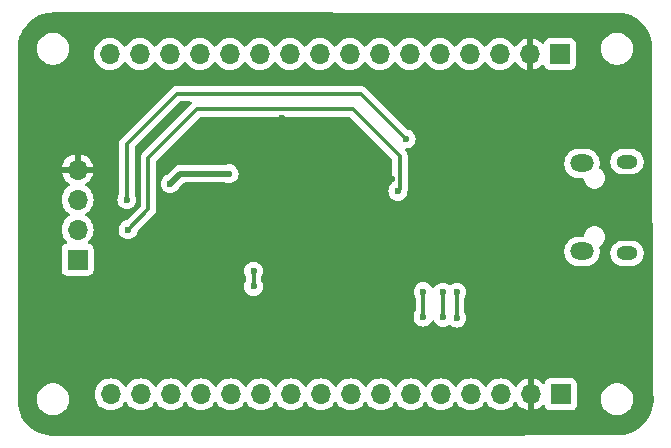
<source format=gbr>
%TF.GenerationSoftware,KiCad,Pcbnew,8.0.5*%
%TF.CreationDate,2025-01-04T11:00:39+02:00*%
%TF.ProjectId,STM32F103,53544d33-3246-4313-9033-2e6b69636164,rev?*%
%TF.SameCoordinates,Original*%
%TF.FileFunction,Copper,L2,Bot*%
%TF.FilePolarity,Positive*%
%FSLAX46Y46*%
G04 Gerber Fmt 4.6, Leading zero omitted, Abs format (unit mm)*
G04 Created by KiCad (PCBNEW 8.0.5) date 2025-01-04 11:00:39*
%MOMM*%
%LPD*%
G01*
G04 APERTURE LIST*
%TA.AperFunction,ComponentPad*%
%ADD10R,1.700000X1.700000*%
%TD*%
%TA.AperFunction,ComponentPad*%
%ADD11O,1.700000X1.700000*%
%TD*%
%TA.AperFunction,ComponentPad*%
%ADD12O,1.800000X1.150000*%
%TD*%
%TA.AperFunction,ComponentPad*%
%ADD13O,2.000000X1.450000*%
%TD*%
%TA.AperFunction,ViaPad*%
%ADD14C,0.600000*%
%TD*%
%TA.AperFunction,ViaPad*%
%ADD15C,0.700000*%
%TD*%
%TA.AperFunction,Conductor*%
%ADD16C,0.500000*%
%TD*%
%TA.AperFunction,Conductor*%
%ADD17C,0.300000*%
%TD*%
G04 APERTURE END LIST*
D10*
%TO.P,J2,1,Pin_1*%
%TO.N,+3V3*%
X111540000Y-45300000D03*
D11*
%TO.P,J2,2,Pin_2*%
%TO.N,GND*%
X109000000Y-45300000D03*
%TO.P,J2,3,Pin_3*%
%TO.N,unconnected-(J2-Pin_3-Pad3)*%
X106460000Y-45300000D03*
%TO.P,J2,4,Pin_4*%
%TO.N,unconnected-(J2-Pin_4-Pad4)*%
X103920000Y-45300000D03*
%TO.P,J2,5,Pin_5*%
%TO.N,PA15*%
X101380000Y-45300000D03*
%TO.P,J2,6,Pin_6*%
%TO.N,PB3*%
X98840000Y-45300000D03*
%TO.P,J2,7,Pin_7*%
%TO.N,PB4*%
X96300000Y-45300000D03*
%TO.P,J2,8,Pin_8*%
%TO.N,PB5*%
X93760000Y-45300000D03*
%TO.P,J2,9,Pin_9*%
%TO.N,PB6*%
X91220000Y-45300000D03*
%TO.P,J2,10,Pin_10*%
%TO.N,PB7*%
X88680000Y-45300000D03*
%TO.P,J2,11,Pin_11*%
%TO.N,PB8*%
X86140000Y-45300000D03*
%TO.P,J2,12,Pin_12*%
%TO.N,PB9*%
X83600000Y-45300000D03*
%TO.P,J2,13,Pin_13*%
%TO.N,PC13*%
X81060000Y-45300000D03*
%TO.P,J2,14,Pin_14*%
%TO.N,PC14*%
X78520000Y-45300000D03*
%TO.P,J2,15,Pin_15*%
%TO.N,PC15*%
X75980000Y-45300000D03*
%TO.P,J2,16*%
%TO.N,N/C*%
X73440000Y-45300000D03*
%TD*%
D10*
%TO.P,J4,1,Pin_1*%
%TO.N,+3V3*%
X70700000Y-62705000D03*
D11*
%TO.P,J4,2,Pin_2*%
%TO.N,SWDIO*%
X70700000Y-60165000D03*
%TO.P,J4,3,Pin_3*%
%TO.N,SWCLK*%
X70700000Y-57625000D03*
%TO.P,J4,4,Pin_4*%
%TO.N,GND*%
X70700000Y-55085000D03*
%TD*%
D12*
%TO.P,J1,6,Shield*%
%TO.N,unconnected-(J1-Shield-Pad6)_3*%
X117220000Y-62165000D03*
D13*
%TO.N,unconnected-(J1-Shield-Pad6)*%
X113420000Y-62015000D03*
%TO.N,unconnected-(J1-Shield-Pad6)_1*%
X113420000Y-54565000D03*
D12*
%TO.N,unconnected-(J1-Shield-Pad6)_2*%
X117220000Y-54415000D03*
%TD*%
D10*
%TO.P,J3,1,Pin_1*%
%TO.N,+3V3*%
X111600000Y-74110000D03*
D11*
%TO.P,J3,2,Pin_2*%
%TO.N,GND*%
X109060000Y-74110000D03*
%TO.P,J3,3,Pin_3*%
%TO.N,PA10*%
X106520000Y-74110000D03*
%TO.P,J3,4,Pin_4*%
%TO.N,PA9*%
X103980000Y-74110000D03*
%TO.P,J3,5,Pin_5*%
%TO.N,PA8*%
X101440000Y-74110000D03*
%TO.P,J3,6,Pin_6*%
%TO.N,PB11*%
X98900000Y-74110000D03*
%TO.P,J3,7,Pin_7*%
%TO.N,PB10*%
X96360000Y-74110000D03*
%TO.P,J3,8,Pin_8*%
%TO.N,PB2*%
X93820000Y-74110000D03*
%TO.P,J3,9,Pin_9*%
%TO.N,PB1*%
X91280000Y-74110000D03*
%TO.P,J3,10,Pin_10*%
%TO.N,PB0*%
X88740000Y-74110000D03*
%TO.P,J3,11,Pin_11*%
%TO.N,PA7*%
X86200000Y-74110000D03*
%TO.P,J3,12,Pin_12*%
%TO.N,PA6*%
X83660000Y-74110000D03*
%TO.P,J3,13,Pin_13*%
%TO.N,PA5*%
X81120000Y-74110000D03*
%TO.P,J3,14,Pin_14*%
%TO.N,PA4*%
X78580000Y-74110000D03*
%TO.P,J3,15,Pin_15*%
%TO.N,PA3*%
X76040000Y-74110000D03*
%TO.P,J3,16*%
%TO.N,N/C*%
X73500000Y-74110000D03*
%TD*%
D14*
%TO.N,+3V3*%
X78550000Y-56275000D03*
X83525000Y-55425000D03*
D15*
%TO.N,GND*%
X95525000Y-65525000D03*
X80600000Y-63075000D03*
X92900000Y-61950000D03*
D14*
X97350000Y-55850000D03*
D15*
X105375000Y-64100000D03*
X80600000Y-56825000D03*
D14*
X82600000Y-53050000D03*
X87825000Y-59925000D03*
D15*
X80150000Y-64975000D03*
X79375000Y-60825000D03*
X111225000Y-56350000D03*
X105575000Y-55600000D03*
X78775000Y-66625000D03*
D14*
X80075000Y-59900000D03*
D15*
X110900000Y-71025000D03*
D14*
X88025000Y-50700000D03*
X85650000Y-54475000D03*
X73350000Y-55075000D03*
X109000000Y-46975000D03*
%TO.N,/LED_STATUS*%
X85600000Y-64975000D03*
X85600000Y-63675000D03*
%TO.N,SWCLK*%
X74875000Y-57625000D03*
X98512500Y-52487500D03*
%TO.N,SWDIO*%
X97825000Y-56925000D03*
X74975000Y-60175000D03*
%TO.N,PA8*%
X99975000Y-65425000D03*
X99950000Y-67575000D03*
%TO.N,PA10*%
X102800000Y-67650000D03*
X102800000Y-65475000D03*
%TO.N,PA9*%
X101650000Y-67600000D03*
X101625000Y-65475000D03*
%TD*%
D16*
%TO.N,+3V3*%
X79400000Y-55425000D02*
X78550000Y-56275000D01*
X83525000Y-55425000D02*
X79400000Y-55425000D01*
D17*
%TO.N,/LED_STATUS*%
X85600000Y-63675000D02*
X85600000Y-64975000D01*
%TO.N,SWCLK*%
X98512500Y-52487500D02*
X94675000Y-48650000D01*
X94675000Y-48650000D02*
X79100000Y-48650000D01*
X74875000Y-52875000D02*
X74875000Y-57625000D01*
X79100000Y-48650000D02*
X74875000Y-52875000D01*
%TO.N,SWDIO*%
X94000000Y-49950000D02*
X80825000Y-49950000D01*
X76700000Y-54075000D02*
X76700000Y-58450000D01*
X98000000Y-53950000D02*
X94000000Y-49950000D01*
X76700000Y-58450000D02*
X74975000Y-60175000D01*
X80825000Y-49950000D02*
X76700000Y-54075000D01*
X98000000Y-56750000D02*
X98000000Y-53950000D01*
X97825000Y-56925000D02*
X98000000Y-56750000D01*
%TO.N,PA8*%
X99975000Y-67550000D02*
X99975000Y-65425000D01*
X99950000Y-67575000D02*
X99975000Y-67550000D01*
%TO.N,PA10*%
X102800000Y-67650000D02*
X102800000Y-65475000D01*
%TO.N,PA9*%
X101650000Y-67600000D02*
X101650000Y-65500000D01*
X101650000Y-65500000D02*
X101625000Y-65475000D01*
%TD*%
%TA.AperFunction,Conductor*%
%TO.N,GND*%
G36*
X116379016Y-41790000D02*
G01*
X116380944Y-41790017D01*
X116542470Y-41792797D01*
X116554708Y-41793616D01*
X116876603Y-41831285D01*
X116890401Y-41833698D01*
X117205113Y-41907260D01*
X117218560Y-41911217D01*
X117522973Y-42019845D01*
X117535873Y-42025290D01*
X117826062Y-42167584D01*
X117838272Y-42174452D01*
X118110558Y-42348605D01*
X118121914Y-42356809D01*
X118372788Y-42560581D01*
X118383147Y-42570016D01*
X118609415Y-42800810D01*
X118618644Y-42811355D01*
X118817402Y-43066207D01*
X118825386Y-43077733D01*
X118994103Y-43353395D01*
X119000735Y-43365749D01*
X119137256Y-43658703D01*
X119142450Y-43671727D01*
X119245022Y-43978208D01*
X119248713Y-43991734D01*
X119316029Y-44307833D01*
X119318170Y-44321690D01*
X119349455Y-44644237D01*
X119350034Y-44656529D01*
X119349613Y-44819063D01*
X119452155Y-74198876D01*
X119467718Y-74364511D01*
X119468260Y-74376737D01*
X119466585Y-74708599D01*
X119465735Y-74722483D01*
X119426999Y-75051240D01*
X119424599Y-75064942D01*
X119349283Y-75387292D01*
X119345363Y-75400639D01*
X119234417Y-75712520D01*
X119229027Y-75725344D01*
X119083849Y-76022834D01*
X119077057Y-76034974D01*
X118899463Y-76314344D01*
X118891353Y-76325646D01*
X118683596Y-76583352D01*
X118674272Y-76593675D01*
X118438948Y-76826500D01*
X118428526Y-76835713D01*
X118168619Y-77040705D01*
X118157231Y-77048694D01*
X117875980Y-77223297D01*
X117863768Y-77229959D01*
X117564750Y-77371951D01*
X117551870Y-77377204D01*
X117238814Y-77484817D01*
X117225425Y-77488594D01*
X117126084Y-77510688D01*
X117099784Y-77513644D01*
X99852672Y-77599998D01*
X99852051Y-77600000D01*
X68609923Y-77600000D01*
X68443798Y-77601057D01*
X68430877Y-77600465D01*
X68100971Y-77568033D01*
X68086454Y-77565731D01*
X67763560Y-77494677D01*
X67749417Y-77490672D01*
X67437216Y-77381916D01*
X67423647Y-77376267D01*
X67126497Y-77231326D01*
X67113691Y-77224110D01*
X66835786Y-77045031D01*
X66823924Y-77036351D01*
X66782988Y-77002494D01*
X66569157Y-76825642D01*
X66558408Y-76815621D01*
X66330367Y-76576248D01*
X66320877Y-76565024D01*
X66122759Y-76300344D01*
X66114664Y-76288075D01*
X65949261Y-76001815D01*
X65942675Y-75988675D01*
X65894112Y-75875500D01*
X65812305Y-75684851D01*
X65807325Y-75671041D01*
X65713815Y-75353901D01*
X65710508Y-75339612D01*
X65655183Y-75013639D01*
X65653588Y-74999033D01*
X65653268Y-74992568D01*
X65637181Y-74667937D01*
X65637214Y-74655031D01*
X65646327Y-74489054D01*
X65646359Y-74418713D01*
X67274500Y-74418713D01*
X67274500Y-74631286D01*
X67293653Y-74752217D01*
X67307754Y-74841243D01*
X67361895Y-75007872D01*
X67373444Y-75043414D01*
X67469951Y-75232820D01*
X67594890Y-75404786D01*
X67745213Y-75555109D01*
X67917179Y-75680048D01*
X67917181Y-75680049D01*
X67917184Y-75680051D01*
X68106588Y-75776557D01*
X68308757Y-75842246D01*
X68518713Y-75875500D01*
X68518714Y-75875500D01*
X68731286Y-75875500D01*
X68731287Y-75875500D01*
X68941243Y-75842246D01*
X69143412Y-75776557D01*
X69332816Y-75680051D01*
X69354789Y-75664086D01*
X69504786Y-75555109D01*
X69504788Y-75555106D01*
X69504792Y-75555104D01*
X69655104Y-75404792D01*
X69655106Y-75404788D01*
X69655109Y-75404786D01*
X69780048Y-75232820D01*
X69780047Y-75232820D01*
X69780051Y-75232816D01*
X69876557Y-75043412D01*
X69942246Y-74841243D01*
X69975500Y-74631287D01*
X69975500Y-74418713D01*
X69942246Y-74208757D01*
X69910157Y-74109999D01*
X72144341Y-74109999D01*
X72144341Y-74110000D01*
X72164936Y-74345403D01*
X72164938Y-74345413D01*
X72226094Y-74573655D01*
X72226096Y-74573659D01*
X72226097Y-74573663D01*
X72306004Y-74745023D01*
X72325965Y-74787830D01*
X72325967Y-74787834D01*
X72363362Y-74841239D01*
X72461505Y-74981401D01*
X72628599Y-75148495D01*
X72725384Y-75216265D01*
X72822165Y-75284032D01*
X72822167Y-75284033D01*
X72822170Y-75284035D01*
X73036337Y-75383903D01*
X73264592Y-75445063D01*
X73441034Y-75460500D01*
X73499999Y-75465659D01*
X73500000Y-75465659D01*
X73500001Y-75465659D01*
X73558966Y-75460500D01*
X73735408Y-75445063D01*
X73963663Y-75383903D01*
X74177830Y-75284035D01*
X74371401Y-75148495D01*
X74538495Y-74981401D01*
X74668425Y-74795842D01*
X74723002Y-74752217D01*
X74792500Y-74745023D01*
X74854855Y-74776546D01*
X74871575Y-74795842D01*
X75001500Y-74981395D01*
X75001505Y-74981401D01*
X75168599Y-75148495D01*
X75265384Y-75216265D01*
X75362165Y-75284032D01*
X75362167Y-75284033D01*
X75362170Y-75284035D01*
X75576337Y-75383903D01*
X75804592Y-75445063D01*
X75981034Y-75460500D01*
X76039999Y-75465659D01*
X76040000Y-75465659D01*
X76040001Y-75465659D01*
X76098966Y-75460500D01*
X76275408Y-75445063D01*
X76503663Y-75383903D01*
X76717830Y-75284035D01*
X76911401Y-75148495D01*
X77078495Y-74981401D01*
X77208425Y-74795842D01*
X77263002Y-74752217D01*
X77332500Y-74745023D01*
X77394855Y-74776546D01*
X77411575Y-74795842D01*
X77541500Y-74981395D01*
X77541505Y-74981401D01*
X77708599Y-75148495D01*
X77805384Y-75216265D01*
X77902165Y-75284032D01*
X77902167Y-75284033D01*
X77902170Y-75284035D01*
X78116337Y-75383903D01*
X78344592Y-75445063D01*
X78521034Y-75460500D01*
X78579999Y-75465659D01*
X78580000Y-75465659D01*
X78580001Y-75465659D01*
X78638966Y-75460500D01*
X78815408Y-75445063D01*
X79043663Y-75383903D01*
X79257830Y-75284035D01*
X79451401Y-75148495D01*
X79618495Y-74981401D01*
X79748425Y-74795842D01*
X79803002Y-74752217D01*
X79872500Y-74745023D01*
X79934855Y-74776546D01*
X79951575Y-74795842D01*
X80081500Y-74981395D01*
X80081505Y-74981401D01*
X80248599Y-75148495D01*
X80345384Y-75216265D01*
X80442165Y-75284032D01*
X80442167Y-75284033D01*
X80442170Y-75284035D01*
X80656337Y-75383903D01*
X80884592Y-75445063D01*
X81061034Y-75460500D01*
X81119999Y-75465659D01*
X81120000Y-75465659D01*
X81120001Y-75465659D01*
X81178966Y-75460500D01*
X81355408Y-75445063D01*
X81583663Y-75383903D01*
X81797830Y-75284035D01*
X81991401Y-75148495D01*
X82158495Y-74981401D01*
X82288425Y-74795842D01*
X82343002Y-74752217D01*
X82412500Y-74745023D01*
X82474855Y-74776546D01*
X82491575Y-74795842D01*
X82621500Y-74981395D01*
X82621505Y-74981401D01*
X82788599Y-75148495D01*
X82885384Y-75216265D01*
X82982165Y-75284032D01*
X82982167Y-75284033D01*
X82982170Y-75284035D01*
X83196337Y-75383903D01*
X83424592Y-75445063D01*
X83601034Y-75460500D01*
X83659999Y-75465659D01*
X83660000Y-75465659D01*
X83660001Y-75465659D01*
X83718966Y-75460500D01*
X83895408Y-75445063D01*
X84123663Y-75383903D01*
X84337830Y-75284035D01*
X84531401Y-75148495D01*
X84698495Y-74981401D01*
X84828425Y-74795842D01*
X84883002Y-74752217D01*
X84952500Y-74745023D01*
X85014855Y-74776546D01*
X85031575Y-74795842D01*
X85161500Y-74981395D01*
X85161505Y-74981401D01*
X85328599Y-75148495D01*
X85425384Y-75216265D01*
X85522165Y-75284032D01*
X85522167Y-75284033D01*
X85522170Y-75284035D01*
X85736337Y-75383903D01*
X85964592Y-75445063D01*
X86141034Y-75460500D01*
X86199999Y-75465659D01*
X86200000Y-75465659D01*
X86200001Y-75465659D01*
X86258966Y-75460500D01*
X86435408Y-75445063D01*
X86663663Y-75383903D01*
X86877830Y-75284035D01*
X87071401Y-75148495D01*
X87238495Y-74981401D01*
X87368425Y-74795842D01*
X87423002Y-74752217D01*
X87492500Y-74745023D01*
X87554855Y-74776546D01*
X87571575Y-74795842D01*
X87701500Y-74981395D01*
X87701505Y-74981401D01*
X87868599Y-75148495D01*
X87965384Y-75216265D01*
X88062165Y-75284032D01*
X88062167Y-75284033D01*
X88062170Y-75284035D01*
X88276337Y-75383903D01*
X88504592Y-75445063D01*
X88681034Y-75460500D01*
X88739999Y-75465659D01*
X88740000Y-75465659D01*
X88740001Y-75465659D01*
X88798966Y-75460500D01*
X88975408Y-75445063D01*
X89203663Y-75383903D01*
X89417830Y-75284035D01*
X89611401Y-75148495D01*
X89778495Y-74981401D01*
X89908425Y-74795842D01*
X89963002Y-74752217D01*
X90032500Y-74745023D01*
X90094855Y-74776546D01*
X90111575Y-74795842D01*
X90241500Y-74981395D01*
X90241505Y-74981401D01*
X90408599Y-75148495D01*
X90505384Y-75216265D01*
X90602165Y-75284032D01*
X90602167Y-75284033D01*
X90602170Y-75284035D01*
X90816337Y-75383903D01*
X91044592Y-75445063D01*
X91221034Y-75460500D01*
X91279999Y-75465659D01*
X91280000Y-75465659D01*
X91280001Y-75465659D01*
X91338966Y-75460500D01*
X91515408Y-75445063D01*
X91743663Y-75383903D01*
X91957830Y-75284035D01*
X92151401Y-75148495D01*
X92318495Y-74981401D01*
X92448425Y-74795842D01*
X92503002Y-74752217D01*
X92572500Y-74745023D01*
X92634855Y-74776546D01*
X92651575Y-74795842D01*
X92781500Y-74981395D01*
X92781505Y-74981401D01*
X92948599Y-75148495D01*
X93045384Y-75216265D01*
X93142165Y-75284032D01*
X93142167Y-75284033D01*
X93142170Y-75284035D01*
X93356337Y-75383903D01*
X93584592Y-75445063D01*
X93761034Y-75460500D01*
X93819999Y-75465659D01*
X93820000Y-75465659D01*
X93820001Y-75465659D01*
X93878966Y-75460500D01*
X94055408Y-75445063D01*
X94283663Y-75383903D01*
X94497830Y-75284035D01*
X94691401Y-75148495D01*
X94858495Y-74981401D01*
X94988425Y-74795842D01*
X95043002Y-74752217D01*
X95112500Y-74745023D01*
X95174855Y-74776546D01*
X95191575Y-74795842D01*
X95321500Y-74981395D01*
X95321505Y-74981401D01*
X95488599Y-75148495D01*
X95585384Y-75216265D01*
X95682165Y-75284032D01*
X95682167Y-75284033D01*
X95682170Y-75284035D01*
X95896337Y-75383903D01*
X96124592Y-75445063D01*
X96301034Y-75460500D01*
X96359999Y-75465659D01*
X96360000Y-75465659D01*
X96360001Y-75465659D01*
X96418966Y-75460500D01*
X96595408Y-75445063D01*
X96823663Y-75383903D01*
X97037830Y-75284035D01*
X97231401Y-75148495D01*
X97398495Y-74981401D01*
X97528425Y-74795842D01*
X97583002Y-74752217D01*
X97652500Y-74745023D01*
X97714855Y-74776546D01*
X97731575Y-74795842D01*
X97861500Y-74981395D01*
X97861505Y-74981401D01*
X98028599Y-75148495D01*
X98125384Y-75216265D01*
X98222165Y-75284032D01*
X98222167Y-75284033D01*
X98222170Y-75284035D01*
X98436337Y-75383903D01*
X98664592Y-75445063D01*
X98841034Y-75460500D01*
X98899999Y-75465659D01*
X98900000Y-75465659D01*
X98900001Y-75465659D01*
X98958966Y-75460500D01*
X99135408Y-75445063D01*
X99363663Y-75383903D01*
X99577830Y-75284035D01*
X99771401Y-75148495D01*
X99938495Y-74981401D01*
X100068425Y-74795842D01*
X100123002Y-74752217D01*
X100192500Y-74745023D01*
X100254855Y-74776546D01*
X100271575Y-74795842D01*
X100401500Y-74981395D01*
X100401505Y-74981401D01*
X100568599Y-75148495D01*
X100665384Y-75216265D01*
X100762165Y-75284032D01*
X100762167Y-75284033D01*
X100762170Y-75284035D01*
X100976337Y-75383903D01*
X101204592Y-75445063D01*
X101381034Y-75460500D01*
X101439999Y-75465659D01*
X101440000Y-75465659D01*
X101440001Y-75465659D01*
X101498966Y-75460500D01*
X101675408Y-75445063D01*
X101903663Y-75383903D01*
X102117830Y-75284035D01*
X102311401Y-75148495D01*
X102478495Y-74981401D01*
X102608425Y-74795842D01*
X102663002Y-74752217D01*
X102732500Y-74745023D01*
X102794855Y-74776546D01*
X102811575Y-74795842D01*
X102941500Y-74981395D01*
X102941505Y-74981401D01*
X103108599Y-75148495D01*
X103205384Y-75216265D01*
X103302165Y-75284032D01*
X103302167Y-75284033D01*
X103302170Y-75284035D01*
X103516337Y-75383903D01*
X103744592Y-75445063D01*
X103921034Y-75460500D01*
X103979999Y-75465659D01*
X103980000Y-75465659D01*
X103980001Y-75465659D01*
X104038966Y-75460500D01*
X104215408Y-75445063D01*
X104443663Y-75383903D01*
X104657830Y-75284035D01*
X104851401Y-75148495D01*
X105018495Y-74981401D01*
X105148425Y-74795842D01*
X105203002Y-74752217D01*
X105272500Y-74745023D01*
X105334855Y-74776546D01*
X105351575Y-74795842D01*
X105481500Y-74981395D01*
X105481505Y-74981401D01*
X105648599Y-75148495D01*
X105745384Y-75216265D01*
X105842165Y-75284032D01*
X105842167Y-75284033D01*
X105842170Y-75284035D01*
X106056337Y-75383903D01*
X106284592Y-75445063D01*
X106461034Y-75460500D01*
X106519999Y-75465659D01*
X106520000Y-75465659D01*
X106520001Y-75465659D01*
X106578966Y-75460500D01*
X106755408Y-75445063D01*
X106983663Y-75383903D01*
X107197830Y-75284035D01*
X107391401Y-75148495D01*
X107558495Y-74981401D01*
X107688730Y-74795405D01*
X107743307Y-74751781D01*
X107812805Y-74744587D01*
X107875160Y-74776110D01*
X107891879Y-74795405D01*
X108021890Y-74981078D01*
X108188917Y-75148105D01*
X108382421Y-75283600D01*
X108596507Y-75383429D01*
X108596516Y-75383433D01*
X108810000Y-75440634D01*
X108810000Y-74543012D01*
X108867007Y-74575925D01*
X108994174Y-74610000D01*
X109125826Y-74610000D01*
X109252993Y-74575925D01*
X109310000Y-74543012D01*
X109310000Y-75440633D01*
X109523483Y-75383433D01*
X109523492Y-75383429D01*
X109737578Y-75283600D01*
X109931078Y-75148108D01*
X110053133Y-75026053D01*
X110114456Y-74992568D01*
X110184148Y-74997552D01*
X110240082Y-75039423D01*
X110256997Y-75070401D01*
X110306202Y-75202328D01*
X110306206Y-75202335D01*
X110392452Y-75317544D01*
X110392455Y-75317547D01*
X110507664Y-75403793D01*
X110507671Y-75403797D01*
X110642517Y-75454091D01*
X110642516Y-75454091D01*
X110649444Y-75454835D01*
X110702127Y-75460500D01*
X112497872Y-75460499D01*
X112557483Y-75454091D01*
X112692331Y-75403796D01*
X112807546Y-75317546D01*
X112893796Y-75202331D01*
X112944091Y-75067483D01*
X112950500Y-75007873D01*
X112950500Y-74418713D01*
X115024500Y-74418713D01*
X115024500Y-74631286D01*
X115043653Y-74752217D01*
X115057754Y-74841243D01*
X115111895Y-75007872D01*
X115123444Y-75043414D01*
X115219951Y-75232820D01*
X115344890Y-75404786D01*
X115495213Y-75555109D01*
X115667179Y-75680048D01*
X115667181Y-75680049D01*
X115667184Y-75680051D01*
X115856588Y-75776557D01*
X116058757Y-75842246D01*
X116268713Y-75875500D01*
X116268714Y-75875500D01*
X116481286Y-75875500D01*
X116481287Y-75875500D01*
X116691243Y-75842246D01*
X116893412Y-75776557D01*
X117082816Y-75680051D01*
X117104789Y-75664086D01*
X117254786Y-75555109D01*
X117254788Y-75555106D01*
X117254792Y-75555104D01*
X117405104Y-75404792D01*
X117405106Y-75404788D01*
X117405109Y-75404786D01*
X117530048Y-75232820D01*
X117530047Y-75232820D01*
X117530051Y-75232816D01*
X117626557Y-75043412D01*
X117692246Y-74841243D01*
X117725500Y-74631287D01*
X117725500Y-74418713D01*
X117692246Y-74208757D01*
X117626557Y-74006588D01*
X117530051Y-73817184D01*
X117530049Y-73817181D01*
X117530048Y-73817179D01*
X117405109Y-73645213D01*
X117254786Y-73494890D01*
X117082820Y-73369951D01*
X116893414Y-73273444D01*
X116893413Y-73273443D01*
X116893412Y-73273443D01*
X116691243Y-73207754D01*
X116691241Y-73207753D01*
X116691240Y-73207753D01*
X116529957Y-73182208D01*
X116481287Y-73174500D01*
X116268713Y-73174500D01*
X116220042Y-73182208D01*
X116058760Y-73207753D01*
X115856585Y-73273444D01*
X115667179Y-73369951D01*
X115495213Y-73494890D01*
X115344890Y-73645213D01*
X115219951Y-73817179D01*
X115123444Y-74006585D01*
X115057753Y-74208760D01*
X115024500Y-74418713D01*
X112950500Y-74418713D01*
X112950499Y-73212128D01*
X112944091Y-73152517D01*
X112943002Y-73149598D01*
X112893797Y-73017671D01*
X112893793Y-73017664D01*
X112807547Y-72902455D01*
X112807544Y-72902452D01*
X112692335Y-72816206D01*
X112692328Y-72816202D01*
X112557482Y-72765908D01*
X112557483Y-72765908D01*
X112497883Y-72759501D01*
X112497881Y-72759500D01*
X112497873Y-72759500D01*
X112497864Y-72759500D01*
X110702129Y-72759500D01*
X110702123Y-72759501D01*
X110642516Y-72765908D01*
X110507671Y-72816202D01*
X110507664Y-72816206D01*
X110392455Y-72902452D01*
X110392452Y-72902455D01*
X110306206Y-73017664D01*
X110306202Y-73017671D01*
X110256997Y-73149598D01*
X110215126Y-73205532D01*
X110149661Y-73229949D01*
X110081388Y-73215097D01*
X110053134Y-73193946D01*
X109931082Y-73071894D01*
X109737578Y-72936399D01*
X109523492Y-72836570D01*
X109523486Y-72836567D01*
X109310000Y-72779364D01*
X109310000Y-73676988D01*
X109252993Y-73644075D01*
X109125826Y-73610000D01*
X108994174Y-73610000D01*
X108867007Y-73644075D01*
X108810000Y-73676988D01*
X108810000Y-72779364D01*
X108809999Y-72779364D01*
X108596513Y-72836567D01*
X108596507Y-72836570D01*
X108382422Y-72936399D01*
X108382420Y-72936400D01*
X108188926Y-73071886D01*
X108188920Y-73071891D01*
X108021891Y-73238920D01*
X108021890Y-73238922D01*
X107891880Y-73424595D01*
X107837303Y-73468219D01*
X107767804Y-73475412D01*
X107705450Y-73443890D01*
X107688730Y-73424594D01*
X107558494Y-73238597D01*
X107391402Y-73071506D01*
X107391395Y-73071501D01*
X107197834Y-72935967D01*
X107197830Y-72935965D01*
X107197828Y-72935964D01*
X106983663Y-72836097D01*
X106983659Y-72836096D01*
X106983655Y-72836094D01*
X106755413Y-72774938D01*
X106755403Y-72774936D01*
X106520001Y-72754341D01*
X106519999Y-72754341D01*
X106284596Y-72774936D01*
X106284586Y-72774938D01*
X106056344Y-72836094D01*
X106056335Y-72836098D01*
X105842171Y-72935964D01*
X105842169Y-72935965D01*
X105648597Y-73071505D01*
X105481505Y-73238597D01*
X105351575Y-73424158D01*
X105296998Y-73467783D01*
X105227500Y-73474977D01*
X105165145Y-73443454D01*
X105148425Y-73424158D01*
X105018494Y-73238597D01*
X104851402Y-73071506D01*
X104851395Y-73071501D01*
X104657834Y-72935967D01*
X104657830Y-72935965D01*
X104657828Y-72935964D01*
X104443663Y-72836097D01*
X104443659Y-72836096D01*
X104443655Y-72836094D01*
X104215413Y-72774938D01*
X104215403Y-72774936D01*
X103980001Y-72754341D01*
X103979999Y-72754341D01*
X103744596Y-72774936D01*
X103744586Y-72774938D01*
X103516344Y-72836094D01*
X103516335Y-72836098D01*
X103302171Y-72935964D01*
X103302169Y-72935965D01*
X103108597Y-73071505D01*
X102941505Y-73238597D01*
X102811575Y-73424158D01*
X102756998Y-73467783D01*
X102687500Y-73474977D01*
X102625145Y-73443454D01*
X102608425Y-73424158D01*
X102478494Y-73238597D01*
X102311402Y-73071506D01*
X102311395Y-73071501D01*
X102117834Y-72935967D01*
X102117830Y-72935965D01*
X102117828Y-72935964D01*
X101903663Y-72836097D01*
X101903659Y-72836096D01*
X101903655Y-72836094D01*
X101675413Y-72774938D01*
X101675403Y-72774936D01*
X101440001Y-72754341D01*
X101439999Y-72754341D01*
X101204596Y-72774936D01*
X101204586Y-72774938D01*
X100976344Y-72836094D01*
X100976335Y-72836098D01*
X100762171Y-72935964D01*
X100762169Y-72935965D01*
X100568597Y-73071505D01*
X100401505Y-73238597D01*
X100271575Y-73424158D01*
X100216998Y-73467783D01*
X100147500Y-73474977D01*
X100085145Y-73443454D01*
X100068425Y-73424158D01*
X99938494Y-73238597D01*
X99771402Y-73071506D01*
X99771395Y-73071501D01*
X99577834Y-72935967D01*
X99577830Y-72935965D01*
X99577828Y-72935964D01*
X99363663Y-72836097D01*
X99363659Y-72836096D01*
X99363655Y-72836094D01*
X99135413Y-72774938D01*
X99135403Y-72774936D01*
X98900001Y-72754341D01*
X98899999Y-72754341D01*
X98664596Y-72774936D01*
X98664586Y-72774938D01*
X98436344Y-72836094D01*
X98436335Y-72836098D01*
X98222171Y-72935964D01*
X98222169Y-72935965D01*
X98028597Y-73071505D01*
X97861505Y-73238597D01*
X97731575Y-73424158D01*
X97676998Y-73467783D01*
X97607500Y-73474977D01*
X97545145Y-73443454D01*
X97528425Y-73424158D01*
X97398494Y-73238597D01*
X97231402Y-73071506D01*
X97231395Y-73071501D01*
X97037834Y-72935967D01*
X97037830Y-72935965D01*
X97037828Y-72935964D01*
X96823663Y-72836097D01*
X96823659Y-72836096D01*
X96823655Y-72836094D01*
X96595413Y-72774938D01*
X96595403Y-72774936D01*
X96360001Y-72754341D01*
X96359999Y-72754341D01*
X96124596Y-72774936D01*
X96124586Y-72774938D01*
X95896344Y-72836094D01*
X95896335Y-72836098D01*
X95682171Y-72935964D01*
X95682169Y-72935965D01*
X95488597Y-73071505D01*
X95321505Y-73238597D01*
X95191575Y-73424158D01*
X95136998Y-73467783D01*
X95067500Y-73474977D01*
X95005145Y-73443454D01*
X94988425Y-73424158D01*
X94858494Y-73238597D01*
X94691402Y-73071506D01*
X94691395Y-73071501D01*
X94497834Y-72935967D01*
X94497830Y-72935965D01*
X94497828Y-72935964D01*
X94283663Y-72836097D01*
X94283659Y-72836096D01*
X94283655Y-72836094D01*
X94055413Y-72774938D01*
X94055403Y-72774936D01*
X93820001Y-72754341D01*
X93819999Y-72754341D01*
X93584596Y-72774936D01*
X93584586Y-72774938D01*
X93356344Y-72836094D01*
X93356335Y-72836098D01*
X93142171Y-72935964D01*
X93142169Y-72935965D01*
X92948597Y-73071505D01*
X92781505Y-73238597D01*
X92651575Y-73424158D01*
X92596998Y-73467783D01*
X92527500Y-73474977D01*
X92465145Y-73443454D01*
X92448425Y-73424158D01*
X92318494Y-73238597D01*
X92151402Y-73071506D01*
X92151395Y-73071501D01*
X91957834Y-72935967D01*
X91957830Y-72935965D01*
X91957828Y-72935964D01*
X91743663Y-72836097D01*
X91743659Y-72836096D01*
X91743655Y-72836094D01*
X91515413Y-72774938D01*
X91515403Y-72774936D01*
X91280001Y-72754341D01*
X91279999Y-72754341D01*
X91044596Y-72774936D01*
X91044586Y-72774938D01*
X90816344Y-72836094D01*
X90816335Y-72836098D01*
X90602171Y-72935964D01*
X90602169Y-72935965D01*
X90408597Y-73071505D01*
X90241505Y-73238597D01*
X90111575Y-73424158D01*
X90056998Y-73467783D01*
X89987500Y-73474977D01*
X89925145Y-73443454D01*
X89908425Y-73424158D01*
X89778494Y-73238597D01*
X89611402Y-73071506D01*
X89611395Y-73071501D01*
X89417834Y-72935967D01*
X89417830Y-72935965D01*
X89417828Y-72935964D01*
X89203663Y-72836097D01*
X89203659Y-72836096D01*
X89203655Y-72836094D01*
X88975413Y-72774938D01*
X88975403Y-72774936D01*
X88740001Y-72754341D01*
X88739999Y-72754341D01*
X88504596Y-72774936D01*
X88504586Y-72774938D01*
X88276344Y-72836094D01*
X88276335Y-72836098D01*
X88062171Y-72935964D01*
X88062169Y-72935965D01*
X87868597Y-73071505D01*
X87701505Y-73238597D01*
X87571575Y-73424158D01*
X87516998Y-73467783D01*
X87447500Y-73474977D01*
X87385145Y-73443454D01*
X87368425Y-73424158D01*
X87238494Y-73238597D01*
X87071402Y-73071506D01*
X87071395Y-73071501D01*
X86877834Y-72935967D01*
X86877830Y-72935965D01*
X86877828Y-72935964D01*
X86663663Y-72836097D01*
X86663659Y-72836096D01*
X86663655Y-72836094D01*
X86435413Y-72774938D01*
X86435403Y-72774936D01*
X86200001Y-72754341D01*
X86199999Y-72754341D01*
X85964596Y-72774936D01*
X85964586Y-72774938D01*
X85736344Y-72836094D01*
X85736335Y-72836098D01*
X85522171Y-72935964D01*
X85522169Y-72935965D01*
X85328597Y-73071505D01*
X85161505Y-73238597D01*
X85031575Y-73424158D01*
X84976998Y-73467783D01*
X84907500Y-73474977D01*
X84845145Y-73443454D01*
X84828425Y-73424158D01*
X84698494Y-73238597D01*
X84531402Y-73071506D01*
X84531395Y-73071501D01*
X84337834Y-72935967D01*
X84337830Y-72935965D01*
X84337828Y-72935964D01*
X84123663Y-72836097D01*
X84123659Y-72836096D01*
X84123655Y-72836094D01*
X83895413Y-72774938D01*
X83895403Y-72774936D01*
X83660001Y-72754341D01*
X83659999Y-72754341D01*
X83424596Y-72774936D01*
X83424586Y-72774938D01*
X83196344Y-72836094D01*
X83196335Y-72836098D01*
X82982171Y-72935964D01*
X82982169Y-72935965D01*
X82788597Y-73071505D01*
X82621505Y-73238597D01*
X82491575Y-73424158D01*
X82436998Y-73467783D01*
X82367500Y-73474977D01*
X82305145Y-73443454D01*
X82288425Y-73424158D01*
X82158494Y-73238597D01*
X81991402Y-73071506D01*
X81991395Y-73071501D01*
X81797834Y-72935967D01*
X81797830Y-72935965D01*
X81797828Y-72935964D01*
X81583663Y-72836097D01*
X81583659Y-72836096D01*
X81583655Y-72836094D01*
X81355413Y-72774938D01*
X81355403Y-72774936D01*
X81120001Y-72754341D01*
X81119999Y-72754341D01*
X80884596Y-72774936D01*
X80884586Y-72774938D01*
X80656344Y-72836094D01*
X80656335Y-72836098D01*
X80442171Y-72935964D01*
X80442169Y-72935965D01*
X80248597Y-73071505D01*
X80081505Y-73238597D01*
X79951575Y-73424158D01*
X79896998Y-73467783D01*
X79827500Y-73474977D01*
X79765145Y-73443454D01*
X79748425Y-73424158D01*
X79618494Y-73238597D01*
X79451402Y-73071506D01*
X79451395Y-73071501D01*
X79257834Y-72935967D01*
X79257830Y-72935965D01*
X79257828Y-72935964D01*
X79043663Y-72836097D01*
X79043659Y-72836096D01*
X79043655Y-72836094D01*
X78815413Y-72774938D01*
X78815403Y-72774936D01*
X78580001Y-72754341D01*
X78579999Y-72754341D01*
X78344596Y-72774936D01*
X78344586Y-72774938D01*
X78116344Y-72836094D01*
X78116335Y-72836098D01*
X77902171Y-72935964D01*
X77902169Y-72935965D01*
X77708597Y-73071505D01*
X77541505Y-73238597D01*
X77411575Y-73424158D01*
X77356998Y-73467783D01*
X77287500Y-73474977D01*
X77225145Y-73443454D01*
X77208425Y-73424158D01*
X77078494Y-73238597D01*
X76911402Y-73071506D01*
X76911395Y-73071501D01*
X76717834Y-72935967D01*
X76717830Y-72935965D01*
X76717828Y-72935964D01*
X76503663Y-72836097D01*
X76503659Y-72836096D01*
X76503655Y-72836094D01*
X76275413Y-72774938D01*
X76275403Y-72774936D01*
X76040001Y-72754341D01*
X76039999Y-72754341D01*
X75804596Y-72774936D01*
X75804586Y-72774938D01*
X75576344Y-72836094D01*
X75576335Y-72836098D01*
X75362171Y-72935964D01*
X75362169Y-72935965D01*
X75168597Y-73071505D01*
X75001505Y-73238597D01*
X74871575Y-73424158D01*
X74816998Y-73467783D01*
X74747500Y-73474977D01*
X74685145Y-73443454D01*
X74668425Y-73424158D01*
X74538494Y-73238597D01*
X74371402Y-73071506D01*
X74371395Y-73071501D01*
X74177834Y-72935967D01*
X74177830Y-72935965D01*
X74177828Y-72935964D01*
X73963663Y-72836097D01*
X73963659Y-72836096D01*
X73963655Y-72836094D01*
X73735413Y-72774938D01*
X73735403Y-72774936D01*
X73500001Y-72754341D01*
X73499999Y-72754341D01*
X73264596Y-72774936D01*
X73264586Y-72774938D01*
X73036344Y-72836094D01*
X73036335Y-72836098D01*
X72822171Y-72935964D01*
X72822169Y-72935965D01*
X72628597Y-73071505D01*
X72461505Y-73238597D01*
X72325965Y-73432169D01*
X72325964Y-73432171D01*
X72243041Y-73610000D01*
X72226624Y-73645208D01*
X72226098Y-73646335D01*
X72226094Y-73646344D01*
X72164938Y-73874586D01*
X72164936Y-73874596D01*
X72144341Y-74109999D01*
X69910157Y-74109999D01*
X69876557Y-74006588D01*
X69780051Y-73817184D01*
X69780049Y-73817181D01*
X69780048Y-73817179D01*
X69655109Y-73645213D01*
X69504786Y-73494890D01*
X69332820Y-73369951D01*
X69143414Y-73273444D01*
X69143413Y-73273443D01*
X69143412Y-73273443D01*
X68941243Y-73207754D01*
X68941241Y-73207753D01*
X68941240Y-73207753D01*
X68779957Y-73182208D01*
X68731287Y-73174500D01*
X68518713Y-73174500D01*
X68470042Y-73182208D01*
X68308760Y-73207753D01*
X68106585Y-73273444D01*
X67917179Y-73369951D01*
X67745213Y-73494890D01*
X67594890Y-73645213D01*
X67469951Y-73817179D01*
X67373444Y-74006585D01*
X67307753Y-74208760D01*
X67274500Y-74418713D01*
X65646359Y-74418713D01*
X65649513Y-67574996D01*
X99144435Y-67574996D01*
X99144435Y-67575003D01*
X99164630Y-67754249D01*
X99164631Y-67754254D01*
X99224211Y-67924523D01*
X99271337Y-67999523D01*
X99320184Y-68077262D01*
X99447738Y-68204816D01*
X99600478Y-68300789D01*
X99671924Y-68325789D01*
X99770745Y-68360368D01*
X99770750Y-68360369D01*
X99949996Y-68380565D01*
X99950000Y-68380565D01*
X99950004Y-68380565D01*
X100129249Y-68360369D01*
X100129252Y-68360368D01*
X100129255Y-68360368D01*
X100299522Y-68300789D01*
X100452262Y-68204816D01*
X100579816Y-68077262D01*
X100675789Y-67924522D01*
X100678584Y-67916535D01*
X100719305Y-67859759D01*
X100784258Y-67834011D01*
X100852820Y-67847467D01*
X100903223Y-67895854D01*
X100912668Y-67916534D01*
X100924211Y-67949523D01*
X101004475Y-68077262D01*
X101020184Y-68102262D01*
X101147738Y-68229816D01*
X101300478Y-68325789D01*
X101399299Y-68360368D01*
X101470745Y-68385368D01*
X101470750Y-68385369D01*
X101649996Y-68405565D01*
X101650000Y-68405565D01*
X101650004Y-68405565D01*
X101829249Y-68385369D01*
X101829252Y-68385368D01*
X101829255Y-68385368D01*
X101999522Y-68325789D01*
X102127166Y-68245584D01*
X102194402Y-68226584D01*
X102261237Y-68246951D01*
X102280819Y-68262897D01*
X102297738Y-68279816D01*
X102370902Y-68325788D01*
X102425935Y-68360368D01*
X102450478Y-68375789D01*
X102535573Y-68405565D01*
X102620745Y-68435368D01*
X102620750Y-68435369D01*
X102799996Y-68455565D01*
X102800000Y-68455565D01*
X102800004Y-68455565D01*
X102979249Y-68435369D01*
X102979252Y-68435368D01*
X102979255Y-68435368D01*
X103149522Y-68375789D01*
X103302262Y-68279816D01*
X103429816Y-68152262D01*
X103525789Y-67999522D01*
X103585368Y-67829255D01*
X103591002Y-67779255D01*
X103605565Y-67650003D01*
X103605565Y-67649996D01*
X103585369Y-67470750D01*
X103585366Y-67470737D01*
X103525790Y-67300481D01*
X103525789Y-67300478D01*
X103494372Y-67250478D01*
X103469506Y-67210903D01*
X103450500Y-67144931D01*
X103450500Y-65980067D01*
X103469507Y-65914094D01*
X103525788Y-65824524D01*
X103525789Y-65824522D01*
X103585368Y-65654255D01*
X103585369Y-65654249D01*
X103605565Y-65475003D01*
X103605565Y-65474996D01*
X103585369Y-65295750D01*
X103585368Y-65295745D01*
X103567872Y-65245745D01*
X103525789Y-65125478D01*
X103429816Y-64972738D01*
X103302262Y-64845184D01*
X103149523Y-64749211D01*
X102979254Y-64689631D01*
X102979249Y-64689630D01*
X102800004Y-64669435D01*
X102799996Y-64669435D01*
X102620750Y-64689630D01*
X102620745Y-64689631D01*
X102450476Y-64749211D01*
X102297737Y-64845184D01*
X102292295Y-64849525D01*
X102290918Y-64847798D01*
X102238858Y-64876226D01*
X102169166Y-64871242D01*
X102133609Y-64848390D01*
X102132705Y-64849525D01*
X102127262Y-64845184D01*
X101974523Y-64749211D01*
X101804254Y-64689631D01*
X101804249Y-64689630D01*
X101625004Y-64669435D01*
X101624996Y-64669435D01*
X101445750Y-64689630D01*
X101445745Y-64689631D01*
X101275476Y-64749211D01*
X101122737Y-64845184D01*
X100995184Y-64972737D01*
X100919880Y-65092583D01*
X100867545Y-65138874D01*
X100798491Y-65149522D01*
X100734643Y-65121147D01*
X100703166Y-65080413D01*
X100700789Y-65075478D01*
X100604815Y-64922737D01*
X100477262Y-64795184D01*
X100324523Y-64699211D01*
X100154254Y-64639631D01*
X100154249Y-64639630D01*
X99975004Y-64619435D01*
X99974996Y-64619435D01*
X99795750Y-64639630D01*
X99795745Y-64639631D01*
X99625476Y-64699211D01*
X99472737Y-64795184D01*
X99345184Y-64922737D01*
X99249211Y-65075476D01*
X99189631Y-65245745D01*
X99189630Y-65245750D01*
X99169435Y-65424996D01*
X99169435Y-65425003D01*
X99189630Y-65604249D01*
X99189631Y-65604254D01*
X99249211Y-65774524D01*
X99305493Y-65864094D01*
X99324500Y-65930067D01*
X99324500Y-67030145D01*
X99305494Y-67096117D01*
X99224211Y-67225476D01*
X99164631Y-67395745D01*
X99164630Y-67395750D01*
X99144435Y-67574996D01*
X65649513Y-67574996D01*
X65654099Y-57624999D01*
X69344341Y-57624999D01*
X69344341Y-57625000D01*
X69364936Y-57860403D01*
X69364938Y-57860413D01*
X69426094Y-58088655D01*
X69426096Y-58088659D01*
X69426097Y-58088663D01*
X69485882Y-58216872D01*
X69525965Y-58302830D01*
X69525967Y-58302834D01*
X69661501Y-58496395D01*
X69661506Y-58496402D01*
X69828597Y-58663493D01*
X69828603Y-58663498D01*
X70014158Y-58793425D01*
X70057783Y-58848002D01*
X70064977Y-58917500D01*
X70033454Y-58979855D01*
X70014158Y-58996575D01*
X69828597Y-59126505D01*
X69661505Y-59293597D01*
X69525965Y-59487169D01*
X69525964Y-59487171D01*
X69426098Y-59701335D01*
X69426094Y-59701344D01*
X69364938Y-59929586D01*
X69364936Y-59929596D01*
X69344341Y-60164999D01*
X69344341Y-60165000D01*
X69364936Y-60400403D01*
X69364938Y-60400413D01*
X69426094Y-60628655D01*
X69426096Y-60628659D01*
X69426097Y-60628663D01*
X69498094Y-60783061D01*
X69525965Y-60842830D01*
X69525967Y-60842834D01*
X69566548Y-60900789D01*
X69661501Y-61036396D01*
X69661506Y-61036402D01*
X69783430Y-61158326D01*
X69816915Y-61219649D01*
X69811931Y-61289341D01*
X69770059Y-61345274D01*
X69739083Y-61362189D01*
X69607669Y-61411203D01*
X69607664Y-61411206D01*
X69492455Y-61497452D01*
X69492452Y-61497455D01*
X69406206Y-61612664D01*
X69406202Y-61612671D01*
X69355908Y-61747517D01*
X69349501Y-61807116D01*
X69349501Y-61807123D01*
X69349500Y-61807135D01*
X69349500Y-63602870D01*
X69349501Y-63602876D01*
X69355908Y-63662483D01*
X69406202Y-63797328D01*
X69406206Y-63797335D01*
X69492452Y-63912544D01*
X69492455Y-63912547D01*
X69607664Y-63998793D01*
X69607671Y-63998797D01*
X69742517Y-64049091D01*
X69742516Y-64049091D01*
X69749444Y-64049835D01*
X69802127Y-64055500D01*
X71597872Y-64055499D01*
X71657483Y-64049091D01*
X71792331Y-63998796D01*
X71907546Y-63912546D01*
X71993796Y-63797331D01*
X72039424Y-63674996D01*
X84794435Y-63674996D01*
X84794435Y-63675003D01*
X84814630Y-63854249D01*
X84814631Y-63854254D01*
X84874211Y-64024524D01*
X84930493Y-64114094D01*
X84949500Y-64180067D01*
X84949500Y-64469931D01*
X84930494Y-64535903D01*
X84874211Y-64625477D01*
X84874209Y-64625481D01*
X84814633Y-64795737D01*
X84814630Y-64795750D01*
X84794435Y-64974996D01*
X84794435Y-64975003D01*
X84814630Y-65154249D01*
X84814631Y-65154254D01*
X84874211Y-65324523D01*
X84937347Y-65425003D01*
X84970184Y-65477262D01*
X85097738Y-65604816D01*
X85250478Y-65700789D01*
X85392475Y-65750476D01*
X85420745Y-65760368D01*
X85420750Y-65760369D01*
X85599996Y-65780565D01*
X85600000Y-65780565D01*
X85600004Y-65780565D01*
X85779249Y-65760369D01*
X85779252Y-65760368D01*
X85779255Y-65760368D01*
X85949522Y-65700789D01*
X86102262Y-65604816D01*
X86229816Y-65477262D01*
X86325789Y-65324522D01*
X86385368Y-65154255D01*
X86385369Y-65154249D01*
X86405565Y-64975003D01*
X86405565Y-64974996D01*
X86385369Y-64795750D01*
X86385366Y-64795737D01*
X86325790Y-64625481D01*
X86325789Y-64625478D01*
X86304008Y-64590814D01*
X86269506Y-64535903D01*
X86250500Y-64469931D01*
X86250500Y-64180067D01*
X86269507Y-64114094D01*
X86325788Y-64024524D01*
X86325789Y-64024522D01*
X86385368Y-63854255D01*
X86385369Y-63854249D01*
X86405565Y-63675003D01*
X86405565Y-63674996D01*
X86385369Y-63495750D01*
X86385368Y-63495745D01*
X86325788Y-63325476D01*
X86229815Y-63172737D01*
X86102262Y-63045184D01*
X85949523Y-62949211D01*
X85779254Y-62889631D01*
X85779249Y-62889630D01*
X85600004Y-62869435D01*
X85599996Y-62869435D01*
X85420750Y-62889630D01*
X85420745Y-62889631D01*
X85250476Y-62949211D01*
X85097737Y-63045184D01*
X84970184Y-63172737D01*
X84874211Y-63325476D01*
X84814631Y-63495745D01*
X84814630Y-63495750D01*
X84794435Y-63674996D01*
X72039424Y-63674996D01*
X72044091Y-63662483D01*
X72050500Y-63602873D01*
X72050499Y-61918551D01*
X111919500Y-61918551D01*
X111919500Y-62111448D01*
X111949675Y-62301969D01*
X111949676Y-62301972D01*
X112009285Y-62485429D01*
X112096859Y-62657302D01*
X112210241Y-62813359D01*
X112346641Y-62949759D01*
X112502698Y-63063141D01*
X112674571Y-63150715D01*
X112858028Y-63210324D01*
X113048551Y-63240500D01*
X113048552Y-63240500D01*
X113791448Y-63240500D01*
X113791449Y-63240500D01*
X113981972Y-63210324D01*
X114165429Y-63150715D01*
X114337302Y-63063141D01*
X114493359Y-62949759D01*
X114629759Y-62813359D01*
X114743141Y-62657302D01*
X114830715Y-62485429D01*
X114890324Y-62301972D01*
X114920500Y-62111449D01*
X114920500Y-62080350D01*
X115819500Y-62080350D01*
X115819500Y-62249649D01*
X115845981Y-62416847D01*
X115898296Y-62577853D01*
X115975152Y-62728688D01*
X116074648Y-62865634D01*
X116074652Y-62865639D01*
X116194360Y-62985347D01*
X116194365Y-62985351D01*
X116276719Y-63045184D01*
X116331315Y-63084850D01*
X116427425Y-63133820D01*
X116482146Y-63161703D01*
X116482148Y-63161703D01*
X116482151Y-63161705D01*
X116568450Y-63189745D01*
X116643152Y-63214018D01*
X116810351Y-63240500D01*
X116810356Y-63240500D01*
X117629649Y-63240500D01*
X117796847Y-63214018D01*
X117808216Y-63210324D01*
X117957849Y-63161705D01*
X118108685Y-63084850D01*
X118245641Y-62985346D01*
X118365346Y-62865641D01*
X118464850Y-62728685D01*
X118541705Y-62577849D01*
X118594018Y-62416847D01*
X118620500Y-62249649D01*
X118620500Y-62080350D01*
X118594018Y-61913152D01*
X118559570Y-61807135D01*
X118541705Y-61752151D01*
X118541703Y-61752148D01*
X118541703Y-61752146D01*
X118513820Y-61697425D01*
X118464850Y-61601315D01*
X118389391Y-61497454D01*
X118365351Y-61464365D01*
X118365347Y-61464360D01*
X118245639Y-61344652D01*
X118245634Y-61344648D01*
X118108688Y-61245152D01*
X118108687Y-61245151D01*
X118108685Y-61245150D01*
X118026933Y-61203495D01*
X117957853Y-61168296D01*
X117796847Y-61115981D01*
X117629649Y-61089500D01*
X117629644Y-61089500D01*
X116810356Y-61089500D01*
X116810351Y-61089500D01*
X116643152Y-61115981D01*
X116482146Y-61168296D01*
X116331311Y-61245152D01*
X116194365Y-61344648D01*
X116194360Y-61344652D01*
X116074652Y-61464360D01*
X116074648Y-61464365D01*
X115975152Y-61601311D01*
X115898296Y-61752146D01*
X115845981Y-61913152D01*
X115819500Y-62080350D01*
X114920500Y-62080350D01*
X114920500Y-61918551D01*
X114890324Y-61728028D01*
X114883902Y-61708266D01*
X114881908Y-61638428D01*
X114917988Y-61578595D01*
X114928941Y-61569637D01*
X115075871Y-61462888D01*
X115202533Y-61322216D01*
X115297179Y-61158284D01*
X115355674Y-60978256D01*
X115375460Y-60790000D01*
X115355674Y-60601744D01*
X115297179Y-60421716D01*
X115202533Y-60257784D01*
X115075871Y-60117112D01*
X115075870Y-60117111D01*
X114922734Y-60005851D01*
X114922729Y-60005848D01*
X114749807Y-59928857D01*
X114749802Y-59928855D01*
X114604001Y-59897865D01*
X114564646Y-59889500D01*
X114375354Y-59889500D01*
X114342897Y-59896398D01*
X114190197Y-59928855D01*
X114190192Y-59928857D01*
X114017270Y-60005848D01*
X114017265Y-60005851D01*
X113864129Y-60117111D01*
X113737466Y-60257785D01*
X113642821Y-60421715D01*
X113642818Y-60421722D01*
X113584325Y-60601745D01*
X113576263Y-60678461D01*
X113549679Y-60743075D01*
X113492382Y-60783061D01*
X113452942Y-60789500D01*
X113048551Y-60789500D01*
X113012697Y-60795178D01*
X112858030Y-60819675D01*
X112674568Y-60879286D01*
X112502697Y-60966859D01*
X112483833Y-60980565D01*
X112346641Y-61080241D01*
X112346639Y-61080243D01*
X112346638Y-61080243D01*
X112210243Y-61216638D01*
X112210243Y-61216639D01*
X112210241Y-61216641D01*
X112161547Y-61283661D01*
X112096859Y-61372697D01*
X112009286Y-61544568D01*
X111949675Y-61728030D01*
X111919500Y-61918551D01*
X72050499Y-61918551D01*
X72050499Y-61807128D01*
X72044091Y-61747517D01*
X72029452Y-61708269D01*
X71993797Y-61612671D01*
X71993793Y-61612664D01*
X71907547Y-61497455D01*
X71907544Y-61497452D01*
X71792335Y-61411206D01*
X71792328Y-61411202D01*
X71660917Y-61362189D01*
X71604983Y-61320318D01*
X71580566Y-61254853D01*
X71595418Y-61186580D01*
X71616563Y-61158332D01*
X71738495Y-61036401D01*
X71874035Y-60842830D01*
X71973903Y-60628663D01*
X72035063Y-60400408D01*
X72055659Y-60165000D01*
X72035063Y-59929592D01*
X71973903Y-59701337D01*
X71874035Y-59487171D01*
X71847456Y-59449211D01*
X71738494Y-59293597D01*
X71571402Y-59126506D01*
X71571396Y-59126501D01*
X71385842Y-58996575D01*
X71342217Y-58941998D01*
X71335023Y-58872500D01*
X71366546Y-58810145D01*
X71385842Y-58793425D01*
X71436255Y-58758125D01*
X71571401Y-58663495D01*
X71738495Y-58496401D01*
X71874035Y-58302830D01*
X71973903Y-58088663D01*
X72035063Y-57860408D01*
X72055659Y-57625000D01*
X72055659Y-57624996D01*
X74069435Y-57624996D01*
X74069435Y-57625003D01*
X74089630Y-57804249D01*
X74089631Y-57804254D01*
X74149211Y-57974523D01*
X74220931Y-58088664D01*
X74245184Y-58127262D01*
X74372738Y-58254816D01*
X74525478Y-58350789D01*
X74695745Y-58410368D01*
X74695750Y-58410369D01*
X74874996Y-58430565D01*
X74875000Y-58430565D01*
X74875004Y-58430565D01*
X75054249Y-58410369D01*
X75054252Y-58410368D01*
X75054255Y-58410368D01*
X75224522Y-58350789D01*
X75377262Y-58254816D01*
X75504816Y-58127262D01*
X75600789Y-57974522D01*
X75660368Y-57804255D01*
X75668671Y-57730565D01*
X75680565Y-57625003D01*
X75680565Y-57624996D01*
X75660369Y-57445750D01*
X75660366Y-57445737D01*
X75600790Y-57275481D01*
X75600789Y-57275478D01*
X75579008Y-57240814D01*
X75544506Y-57185903D01*
X75525500Y-57119931D01*
X75525500Y-53195808D01*
X75545185Y-53128769D01*
X75561819Y-53108127D01*
X79333127Y-49336819D01*
X79394450Y-49303334D01*
X79420808Y-49300500D01*
X80255191Y-49300500D01*
X80322230Y-49320185D01*
X80367985Y-49372989D01*
X80377929Y-49442147D01*
X80348904Y-49505703D01*
X80342872Y-49512181D01*
X76194727Y-53660325D01*
X76194724Y-53660328D01*
X76127959Y-53760249D01*
X76127960Y-53760250D01*
X76123534Y-53766873D01*
X76074499Y-53885255D01*
X76074497Y-53885261D01*
X76049500Y-54010928D01*
X76049500Y-58129191D01*
X76029815Y-58196230D01*
X76013181Y-58216872D01*
X74876775Y-59353277D01*
X74815452Y-59386762D01*
X74802988Y-59388815D01*
X74795752Y-59389630D01*
X74795744Y-59389632D01*
X74625478Y-59449210D01*
X74472737Y-59545184D01*
X74345184Y-59672737D01*
X74249211Y-59825476D01*
X74189631Y-59995745D01*
X74189630Y-59995750D01*
X74169435Y-60174996D01*
X74169435Y-60175003D01*
X74189630Y-60354249D01*
X74189631Y-60354254D01*
X74249211Y-60524523D01*
X74297730Y-60601740D01*
X74345184Y-60677262D01*
X74472738Y-60804816D01*
X74496386Y-60819675D01*
X74591254Y-60879285D01*
X74625478Y-60900789D01*
X74795745Y-60960368D01*
X74795750Y-60960369D01*
X74974996Y-60980565D01*
X74975000Y-60980565D01*
X74975004Y-60980565D01*
X75154249Y-60960369D01*
X75154252Y-60960368D01*
X75154255Y-60960368D01*
X75324522Y-60900789D01*
X75477262Y-60804816D01*
X75604816Y-60677262D01*
X75700789Y-60524522D01*
X75760368Y-60354255D01*
X75761182Y-60347025D01*
X75788245Y-60282611D01*
X75796712Y-60273232D01*
X77205276Y-58864670D01*
X77276465Y-58758127D01*
X77325501Y-58639744D01*
X77328334Y-58625500D01*
X77350500Y-58514069D01*
X77350500Y-56274996D01*
X77744435Y-56274996D01*
X77744435Y-56275003D01*
X77764630Y-56454249D01*
X77764631Y-56454254D01*
X77824211Y-56624523D01*
X77920184Y-56777262D01*
X78047738Y-56904816D01*
X78200478Y-57000789D01*
X78370745Y-57060368D01*
X78370750Y-57060369D01*
X78549996Y-57080565D01*
X78550000Y-57080565D01*
X78550004Y-57080565D01*
X78729249Y-57060369D01*
X78729252Y-57060368D01*
X78729255Y-57060368D01*
X78899522Y-57000789D01*
X79052262Y-56904816D01*
X79179816Y-56777262D01*
X79275789Y-56624522D01*
X79275792Y-56624510D01*
X79278810Y-56618248D01*
X79280650Y-56619134D01*
X79303305Y-56583061D01*
X79674548Y-56211819D01*
X79735871Y-56178334D01*
X79762229Y-56175500D01*
X83225028Y-56175500D01*
X83265983Y-56182458D01*
X83345745Y-56210368D01*
X83345750Y-56210369D01*
X83524996Y-56230565D01*
X83525000Y-56230565D01*
X83525004Y-56230565D01*
X83704249Y-56210369D01*
X83704252Y-56210368D01*
X83704255Y-56210368D01*
X83874522Y-56150789D01*
X84027262Y-56054816D01*
X84154816Y-55927262D01*
X84250789Y-55774522D01*
X84310368Y-55604255D01*
X84310651Y-55601744D01*
X84330565Y-55425003D01*
X84330565Y-55424996D01*
X84310369Y-55245750D01*
X84310368Y-55245745D01*
X84265357Y-55117111D01*
X84250789Y-55075478D01*
X84154816Y-54922738D01*
X84027262Y-54795184D01*
X83999903Y-54777993D01*
X83874523Y-54699211D01*
X83704254Y-54639631D01*
X83704249Y-54639630D01*
X83525004Y-54619435D01*
X83524996Y-54619435D01*
X83345750Y-54639630D01*
X83345745Y-54639631D01*
X83265983Y-54667542D01*
X83225028Y-54674500D01*
X79326076Y-54674500D01*
X79297242Y-54680234D01*
X79297243Y-54680235D01*
X79181092Y-54703339D01*
X79181086Y-54703341D01*
X79127594Y-54725499D01*
X79044508Y-54759914D01*
X79010950Y-54782337D01*
X78921582Y-54842049D01*
X78921579Y-54842052D01*
X78241937Y-55521693D01*
X78205873Y-55544370D01*
X78206750Y-55546191D01*
X78200475Y-55549212D01*
X78047737Y-55645184D01*
X77920184Y-55772737D01*
X77824211Y-55925476D01*
X77764631Y-56095745D01*
X77764630Y-56095750D01*
X77744435Y-56274996D01*
X77350500Y-56274996D01*
X77350500Y-54395808D01*
X77370185Y-54328769D01*
X77386819Y-54308127D01*
X81058127Y-50636819D01*
X81119450Y-50603334D01*
X81145808Y-50600500D01*
X93679192Y-50600500D01*
X93746231Y-50620185D01*
X93766873Y-50636819D01*
X97313181Y-54183127D01*
X97346666Y-54244450D01*
X97349500Y-54270808D01*
X97349500Y-56217060D01*
X97329815Y-56284099D01*
X97313181Y-56304741D01*
X97195184Y-56422737D01*
X97099211Y-56575476D01*
X97039631Y-56745745D01*
X97039630Y-56745750D01*
X97019435Y-56924996D01*
X97019435Y-56925003D01*
X97039630Y-57104249D01*
X97039631Y-57104254D01*
X97099211Y-57274523D01*
X97171514Y-57389592D01*
X97195184Y-57427262D01*
X97322738Y-57554816D01*
X97475478Y-57650789D01*
X97645745Y-57710368D01*
X97645750Y-57710369D01*
X97824996Y-57730565D01*
X97825000Y-57730565D01*
X97825004Y-57730565D01*
X98004249Y-57710369D01*
X98004252Y-57710368D01*
X98004255Y-57710368D01*
X98174522Y-57650789D01*
X98327262Y-57554816D01*
X98454816Y-57427262D01*
X98550789Y-57274522D01*
X98610368Y-57104255D01*
X98613038Y-57080565D01*
X98631345Y-56918080D01*
X98631394Y-56918085D01*
X98632948Y-56902310D01*
X98650500Y-56814071D01*
X98650500Y-54468551D01*
X111919500Y-54468551D01*
X111919500Y-54661449D01*
X111925481Y-54699211D01*
X111949675Y-54851969D01*
X111949676Y-54851972D01*
X112009285Y-55035429D01*
X112096859Y-55207302D01*
X112210241Y-55363359D01*
X112346641Y-55499759D01*
X112502698Y-55613141D01*
X112674571Y-55700715D01*
X112858028Y-55760324D01*
X113048551Y-55790500D01*
X113452942Y-55790500D01*
X113519981Y-55810185D01*
X113565736Y-55862989D01*
X113576263Y-55901539D01*
X113584325Y-55978254D01*
X113642818Y-56158277D01*
X113642821Y-56158284D01*
X113737467Y-56322216D01*
X113856350Y-56454249D01*
X113864129Y-56462888D01*
X114017265Y-56574148D01*
X114017270Y-56574151D01*
X114190192Y-56651142D01*
X114190197Y-56651144D01*
X114375354Y-56690500D01*
X114375355Y-56690500D01*
X114564644Y-56690500D01*
X114564646Y-56690500D01*
X114749803Y-56651144D01*
X114922730Y-56574151D01*
X115075871Y-56462888D01*
X115202533Y-56322216D01*
X115297179Y-56158284D01*
X115355674Y-55978256D01*
X115375460Y-55790000D01*
X115355674Y-55601744D01*
X115297179Y-55421716D01*
X115202533Y-55257784D01*
X115075871Y-55117112D01*
X115075870Y-55117111D01*
X114928949Y-55010367D01*
X114886283Y-54955037D01*
X114880304Y-54885424D01*
X114883900Y-54871739D01*
X114890324Y-54851972D01*
X114920500Y-54661449D01*
X114920500Y-54468551D01*
X114898611Y-54330350D01*
X115819500Y-54330350D01*
X115819500Y-54499649D01*
X115845981Y-54666847D01*
X115898296Y-54827853D01*
X115975152Y-54978688D01*
X116074648Y-55115634D01*
X116074652Y-55115639D01*
X116194360Y-55235347D01*
X116194365Y-55235351D01*
X116313817Y-55322137D01*
X116331315Y-55334850D01*
X116427425Y-55383820D01*
X116482146Y-55411703D01*
X116482148Y-55411703D01*
X116482151Y-55411705D01*
X116523069Y-55425000D01*
X116643152Y-55464018D01*
X116810351Y-55490500D01*
X116810356Y-55490500D01*
X117629649Y-55490500D01*
X117796847Y-55464018D01*
X117957849Y-55411705D01*
X118108685Y-55334850D01*
X118245641Y-55235346D01*
X118365346Y-55115641D01*
X118464850Y-54978685D01*
X118541705Y-54827849D01*
X118594018Y-54666847D01*
X118594873Y-54661448D01*
X118620500Y-54499649D01*
X118620500Y-54330350D01*
X118594018Y-54163152D01*
X118556240Y-54046886D01*
X118541705Y-54002151D01*
X118541703Y-54002148D01*
X118541703Y-54002146D01*
X118513820Y-53947425D01*
X118464850Y-53851315D01*
X118435974Y-53811570D01*
X118365351Y-53714365D01*
X118365347Y-53714360D01*
X118245639Y-53594652D01*
X118245634Y-53594648D01*
X118108688Y-53495152D01*
X118108687Y-53495151D01*
X118108685Y-53495150D01*
X118061582Y-53471150D01*
X117957853Y-53418296D01*
X117796847Y-53365981D01*
X117629649Y-53339500D01*
X117629644Y-53339500D01*
X116810356Y-53339500D01*
X116810351Y-53339500D01*
X116643152Y-53365981D01*
X116482146Y-53418296D01*
X116331311Y-53495152D01*
X116194365Y-53594648D01*
X116194360Y-53594652D01*
X116074652Y-53714360D01*
X116074648Y-53714365D01*
X115975152Y-53851311D01*
X115898296Y-54002146D01*
X115845981Y-54163152D01*
X115819500Y-54330350D01*
X114898611Y-54330350D01*
X114890324Y-54278028D01*
X114830715Y-54094571D01*
X114743141Y-53922698D01*
X114629759Y-53766641D01*
X114493359Y-53630241D01*
X114337302Y-53516859D01*
X114165429Y-53429285D01*
X113981972Y-53369676D01*
X113981970Y-53369675D01*
X113981969Y-53369675D01*
X113835614Y-53346495D01*
X113791449Y-53339500D01*
X113048551Y-53339500D01*
X113012697Y-53345178D01*
X112858030Y-53369675D01*
X112674568Y-53429286D01*
X112502697Y-53516859D01*
X112346638Y-53630243D01*
X112210243Y-53766638D01*
X112210243Y-53766639D01*
X112210241Y-53766641D01*
X112177598Y-53811570D01*
X112096859Y-53922697D01*
X112009286Y-54094568D01*
X111949675Y-54278030D01*
X111941388Y-54330356D01*
X111919500Y-54468551D01*
X98650500Y-54468551D01*
X98650500Y-53885928D01*
X98625502Y-53760261D01*
X98625501Y-53760260D01*
X98625501Y-53760256D01*
X98576465Y-53641873D01*
X98570665Y-53633193D01*
X98568690Y-53630236D01*
X98568690Y-53630235D01*
X98505279Y-53535334D01*
X98505273Y-53535326D01*
X98470347Y-53500400D01*
X98436862Y-53439077D01*
X98441846Y-53369385D01*
X98483718Y-53313452D01*
X98544143Y-53289499D01*
X98622791Y-53280638D01*
X98691750Y-53272869D01*
X98691753Y-53272868D01*
X98691755Y-53272868D01*
X98862022Y-53213289D01*
X99014762Y-53117316D01*
X99142316Y-52989762D01*
X99238289Y-52837022D01*
X99297868Y-52666755D01*
X99318065Y-52487500D01*
X99297868Y-52308245D01*
X99238289Y-52137978D01*
X99142316Y-51985238D01*
X99014762Y-51857684D01*
X98862021Y-51761710D01*
X98691755Y-51702132D01*
X98691746Y-51702130D01*
X98684512Y-51701315D01*
X98620100Y-51674244D01*
X98610723Y-51665777D01*
X95089674Y-48144727D01*
X95089673Y-48144726D01*
X95089669Y-48144723D01*
X94983127Y-48073535D01*
X94864744Y-48024499D01*
X94864738Y-48024497D01*
X94739071Y-47999500D01*
X94739069Y-47999500D01*
X79035931Y-47999500D01*
X79035929Y-47999500D01*
X78910261Y-48024497D01*
X78910255Y-48024499D01*
X78791870Y-48073535D01*
X78685331Y-48144722D01*
X78685324Y-48144728D01*
X74369724Y-52460329D01*
X74369722Y-52460332D01*
X74351568Y-52487500D01*
X74351569Y-52487501D01*
X74298534Y-52566874D01*
X74249499Y-52685255D01*
X74249497Y-52685261D01*
X74224500Y-52810928D01*
X74224500Y-57119931D01*
X74205494Y-57185903D01*
X74149211Y-57275477D01*
X74149209Y-57275481D01*
X74089633Y-57445737D01*
X74089630Y-57445750D01*
X74069435Y-57624996D01*
X72055659Y-57624996D01*
X72035063Y-57389592D01*
X71973903Y-57161337D01*
X71874035Y-56947171D01*
X71853666Y-56918080D01*
X71738494Y-56753597D01*
X71571402Y-56586506D01*
X71571401Y-56586505D01*
X71385405Y-56456269D01*
X71341781Y-56401692D01*
X71334588Y-56332193D01*
X71366110Y-56269839D01*
X71385405Y-56253119D01*
X71571082Y-56123105D01*
X71738105Y-55956082D01*
X71873600Y-55762578D01*
X71973429Y-55548492D01*
X71973432Y-55548486D01*
X72030636Y-55335000D01*
X71133012Y-55335000D01*
X71165925Y-55277993D01*
X71200000Y-55150826D01*
X71200000Y-55019174D01*
X71165925Y-54892007D01*
X71133012Y-54835000D01*
X72030636Y-54835000D01*
X72030635Y-54834999D01*
X71973432Y-54621513D01*
X71973429Y-54621507D01*
X71873600Y-54407422D01*
X71873599Y-54407420D01*
X71738113Y-54213926D01*
X71738108Y-54213920D01*
X71571082Y-54046894D01*
X71377578Y-53911399D01*
X71163492Y-53811570D01*
X71163486Y-53811567D01*
X70950000Y-53754364D01*
X70950000Y-54651988D01*
X70892993Y-54619075D01*
X70765826Y-54585000D01*
X70634174Y-54585000D01*
X70507007Y-54619075D01*
X70450000Y-54651988D01*
X70450000Y-53754364D01*
X70449999Y-53754364D01*
X70236513Y-53811567D01*
X70236507Y-53811570D01*
X70022422Y-53911399D01*
X70022420Y-53911400D01*
X69828926Y-54046886D01*
X69828920Y-54046891D01*
X69661891Y-54213920D01*
X69661886Y-54213926D01*
X69526400Y-54407420D01*
X69526399Y-54407422D01*
X69426570Y-54621507D01*
X69426567Y-54621513D01*
X69369364Y-54834999D01*
X69369364Y-54835000D01*
X70266988Y-54835000D01*
X70234075Y-54892007D01*
X70200000Y-55019174D01*
X70200000Y-55150826D01*
X70234075Y-55277993D01*
X70266988Y-55335000D01*
X69369364Y-55335000D01*
X69426567Y-55548486D01*
X69426570Y-55548492D01*
X69526399Y-55762578D01*
X69661894Y-55956082D01*
X69828917Y-56123105D01*
X70014595Y-56253119D01*
X70058219Y-56307696D01*
X70065412Y-56377195D01*
X70033890Y-56439549D01*
X70014595Y-56456269D01*
X69828594Y-56586508D01*
X69661505Y-56753597D01*
X69525965Y-56947169D01*
X69525964Y-56947171D01*
X69426098Y-57161335D01*
X69426094Y-57161344D01*
X69364938Y-57389586D01*
X69364936Y-57389596D01*
X69344341Y-57624999D01*
X65654099Y-57624999D01*
X65660000Y-44820000D01*
X65659999Y-44819971D01*
X65660000Y-44819778D01*
X65659761Y-44743713D01*
X67274500Y-44743713D01*
X67274500Y-44956286D01*
X67291654Y-45064596D01*
X67307754Y-45166243D01*
X67351214Y-45300000D01*
X67373444Y-45368414D01*
X67469951Y-45557820D01*
X67594890Y-45729786D01*
X67745213Y-45880109D01*
X67917179Y-46005048D01*
X67917181Y-46005049D01*
X67917184Y-46005051D01*
X68106588Y-46101557D01*
X68308757Y-46167246D01*
X68518713Y-46200500D01*
X68518714Y-46200500D01*
X68731286Y-46200500D01*
X68731287Y-46200500D01*
X68941243Y-46167246D01*
X69143412Y-46101557D01*
X69332816Y-46005051D01*
X69386414Y-45966110D01*
X69504786Y-45880109D01*
X69504788Y-45880106D01*
X69504792Y-45880104D01*
X69655104Y-45729792D01*
X69655106Y-45729788D01*
X69655109Y-45729786D01*
X69780048Y-45557820D01*
X69780047Y-45557820D01*
X69780051Y-45557816D01*
X69876557Y-45368412D01*
X69898786Y-45299999D01*
X72084341Y-45299999D01*
X72084341Y-45300000D01*
X72104936Y-45535403D01*
X72104938Y-45535413D01*
X72166094Y-45763655D01*
X72166096Y-45763659D01*
X72166097Y-45763663D01*
X72246004Y-45935023D01*
X72265965Y-45977830D01*
X72265967Y-45977834D01*
X72374281Y-46132521D01*
X72401505Y-46171401D01*
X72568599Y-46338495D01*
X72665384Y-46406265D01*
X72762165Y-46474032D01*
X72762167Y-46474033D01*
X72762170Y-46474035D01*
X72976337Y-46573903D01*
X73204592Y-46635063D01*
X73381034Y-46650500D01*
X73439999Y-46655659D01*
X73440000Y-46655659D01*
X73440001Y-46655659D01*
X73498966Y-46650500D01*
X73675408Y-46635063D01*
X73903663Y-46573903D01*
X74117830Y-46474035D01*
X74311401Y-46338495D01*
X74478495Y-46171401D01*
X74608425Y-45985842D01*
X74663002Y-45942217D01*
X74732500Y-45935023D01*
X74794855Y-45966546D01*
X74811575Y-45985842D01*
X74941500Y-46171395D01*
X74941505Y-46171401D01*
X75108599Y-46338495D01*
X75205384Y-46406265D01*
X75302165Y-46474032D01*
X75302167Y-46474033D01*
X75302170Y-46474035D01*
X75516337Y-46573903D01*
X75744592Y-46635063D01*
X75921034Y-46650500D01*
X75979999Y-46655659D01*
X75980000Y-46655659D01*
X75980001Y-46655659D01*
X76038966Y-46650500D01*
X76215408Y-46635063D01*
X76443663Y-46573903D01*
X76657830Y-46474035D01*
X76851401Y-46338495D01*
X77018495Y-46171401D01*
X77148425Y-45985842D01*
X77203002Y-45942217D01*
X77272500Y-45935023D01*
X77334855Y-45966546D01*
X77351575Y-45985842D01*
X77481500Y-46171395D01*
X77481505Y-46171401D01*
X77648599Y-46338495D01*
X77745384Y-46406265D01*
X77842165Y-46474032D01*
X77842167Y-46474033D01*
X77842170Y-46474035D01*
X78056337Y-46573903D01*
X78284592Y-46635063D01*
X78461034Y-46650500D01*
X78519999Y-46655659D01*
X78520000Y-46655659D01*
X78520001Y-46655659D01*
X78578966Y-46650500D01*
X78755408Y-46635063D01*
X78983663Y-46573903D01*
X79197830Y-46474035D01*
X79391401Y-46338495D01*
X79558495Y-46171401D01*
X79688425Y-45985842D01*
X79743002Y-45942217D01*
X79812500Y-45935023D01*
X79874855Y-45966546D01*
X79891575Y-45985842D01*
X80021500Y-46171395D01*
X80021505Y-46171401D01*
X80188599Y-46338495D01*
X80285384Y-46406265D01*
X80382165Y-46474032D01*
X80382167Y-46474033D01*
X80382170Y-46474035D01*
X80596337Y-46573903D01*
X80824592Y-46635063D01*
X81001034Y-46650500D01*
X81059999Y-46655659D01*
X81060000Y-46655659D01*
X81060001Y-46655659D01*
X81118966Y-46650500D01*
X81295408Y-46635063D01*
X81523663Y-46573903D01*
X81737830Y-46474035D01*
X81931401Y-46338495D01*
X82098495Y-46171401D01*
X82228425Y-45985842D01*
X82283002Y-45942217D01*
X82352500Y-45935023D01*
X82414855Y-45966546D01*
X82431575Y-45985842D01*
X82561500Y-46171395D01*
X82561505Y-46171401D01*
X82728599Y-46338495D01*
X82825384Y-46406265D01*
X82922165Y-46474032D01*
X82922167Y-46474033D01*
X82922170Y-46474035D01*
X83136337Y-46573903D01*
X83364592Y-46635063D01*
X83541034Y-46650500D01*
X83599999Y-46655659D01*
X83600000Y-46655659D01*
X83600001Y-46655659D01*
X83658966Y-46650500D01*
X83835408Y-46635063D01*
X84063663Y-46573903D01*
X84277830Y-46474035D01*
X84471401Y-46338495D01*
X84638495Y-46171401D01*
X84768425Y-45985842D01*
X84823002Y-45942217D01*
X84892500Y-45935023D01*
X84954855Y-45966546D01*
X84971575Y-45985842D01*
X85101500Y-46171395D01*
X85101505Y-46171401D01*
X85268599Y-46338495D01*
X85365384Y-46406265D01*
X85462165Y-46474032D01*
X85462167Y-46474033D01*
X85462170Y-46474035D01*
X85676337Y-46573903D01*
X85904592Y-46635063D01*
X86081034Y-46650500D01*
X86139999Y-46655659D01*
X86140000Y-46655659D01*
X86140001Y-46655659D01*
X86198966Y-46650500D01*
X86375408Y-46635063D01*
X86603663Y-46573903D01*
X86817830Y-46474035D01*
X87011401Y-46338495D01*
X87178495Y-46171401D01*
X87308425Y-45985842D01*
X87363002Y-45942217D01*
X87432500Y-45935023D01*
X87494855Y-45966546D01*
X87511575Y-45985842D01*
X87641500Y-46171395D01*
X87641505Y-46171401D01*
X87808599Y-46338495D01*
X87905384Y-46406265D01*
X88002165Y-46474032D01*
X88002167Y-46474033D01*
X88002170Y-46474035D01*
X88216337Y-46573903D01*
X88444592Y-46635063D01*
X88621034Y-46650500D01*
X88679999Y-46655659D01*
X88680000Y-46655659D01*
X88680001Y-46655659D01*
X88738966Y-46650500D01*
X88915408Y-46635063D01*
X89143663Y-46573903D01*
X89357830Y-46474035D01*
X89551401Y-46338495D01*
X89718495Y-46171401D01*
X89848425Y-45985842D01*
X89903002Y-45942217D01*
X89972500Y-45935023D01*
X90034855Y-45966546D01*
X90051575Y-45985842D01*
X90181500Y-46171395D01*
X90181505Y-46171401D01*
X90348599Y-46338495D01*
X90445384Y-46406265D01*
X90542165Y-46474032D01*
X90542167Y-46474033D01*
X90542170Y-46474035D01*
X90756337Y-46573903D01*
X90984592Y-46635063D01*
X91161034Y-46650500D01*
X91219999Y-46655659D01*
X91220000Y-46655659D01*
X91220001Y-46655659D01*
X91278966Y-46650500D01*
X91455408Y-46635063D01*
X91683663Y-46573903D01*
X91897830Y-46474035D01*
X92091401Y-46338495D01*
X92258495Y-46171401D01*
X92388425Y-45985842D01*
X92443002Y-45942217D01*
X92512500Y-45935023D01*
X92574855Y-45966546D01*
X92591575Y-45985842D01*
X92721500Y-46171395D01*
X92721505Y-46171401D01*
X92888599Y-46338495D01*
X92985384Y-46406265D01*
X93082165Y-46474032D01*
X93082167Y-46474033D01*
X93082170Y-46474035D01*
X93296337Y-46573903D01*
X93524592Y-46635063D01*
X93701034Y-46650500D01*
X93759999Y-46655659D01*
X93760000Y-46655659D01*
X93760001Y-46655659D01*
X93818966Y-46650500D01*
X93995408Y-46635063D01*
X94223663Y-46573903D01*
X94437830Y-46474035D01*
X94631401Y-46338495D01*
X94798495Y-46171401D01*
X94928425Y-45985842D01*
X94983002Y-45942217D01*
X95052500Y-45935023D01*
X95114855Y-45966546D01*
X95131575Y-45985842D01*
X95261500Y-46171395D01*
X95261505Y-46171401D01*
X95428599Y-46338495D01*
X95525384Y-46406265D01*
X95622165Y-46474032D01*
X95622167Y-46474033D01*
X95622170Y-46474035D01*
X95836337Y-46573903D01*
X96064592Y-46635063D01*
X96241034Y-46650500D01*
X96299999Y-46655659D01*
X96300000Y-46655659D01*
X96300001Y-46655659D01*
X96358966Y-46650500D01*
X96535408Y-46635063D01*
X96763663Y-46573903D01*
X96977830Y-46474035D01*
X97171401Y-46338495D01*
X97338495Y-46171401D01*
X97468425Y-45985842D01*
X97523002Y-45942217D01*
X97592500Y-45935023D01*
X97654855Y-45966546D01*
X97671575Y-45985842D01*
X97801500Y-46171395D01*
X97801505Y-46171401D01*
X97968599Y-46338495D01*
X98065384Y-46406265D01*
X98162165Y-46474032D01*
X98162167Y-46474033D01*
X98162170Y-46474035D01*
X98376337Y-46573903D01*
X98604592Y-46635063D01*
X98781034Y-46650500D01*
X98839999Y-46655659D01*
X98840000Y-46655659D01*
X98840001Y-46655659D01*
X98898966Y-46650500D01*
X99075408Y-46635063D01*
X99303663Y-46573903D01*
X99517830Y-46474035D01*
X99711401Y-46338495D01*
X99878495Y-46171401D01*
X100008425Y-45985842D01*
X100063002Y-45942217D01*
X100132500Y-45935023D01*
X100194855Y-45966546D01*
X100211575Y-45985842D01*
X100341500Y-46171395D01*
X100341505Y-46171401D01*
X100508599Y-46338495D01*
X100605384Y-46406265D01*
X100702165Y-46474032D01*
X100702167Y-46474033D01*
X100702170Y-46474035D01*
X100916337Y-46573903D01*
X101144592Y-46635063D01*
X101321034Y-46650500D01*
X101379999Y-46655659D01*
X101380000Y-46655659D01*
X101380001Y-46655659D01*
X101438966Y-46650500D01*
X101615408Y-46635063D01*
X101843663Y-46573903D01*
X102057830Y-46474035D01*
X102251401Y-46338495D01*
X102418495Y-46171401D01*
X102548425Y-45985842D01*
X102603002Y-45942217D01*
X102672500Y-45935023D01*
X102734855Y-45966546D01*
X102751575Y-45985842D01*
X102881500Y-46171395D01*
X102881505Y-46171401D01*
X103048599Y-46338495D01*
X103145384Y-46406265D01*
X103242165Y-46474032D01*
X103242167Y-46474033D01*
X103242170Y-46474035D01*
X103456337Y-46573903D01*
X103684592Y-46635063D01*
X103861034Y-46650500D01*
X103919999Y-46655659D01*
X103920000Y-46655659D01*
X103920001Y-46655659D01*
X103978966Y-46650500D01*
X104155408Y-46635063D01*
X104383663Y-46573903D01*
X104597830Y-46474035D01*
X104791401Y-46338495D01*
X104958495Y-46171401D01*
X105088425Y-45985842D01*
X105143002Y-45942217D01*
X105212500Y-45935023D01*
X105274855Y-45966546D01*
X105291575Y-45985842D01*
X105421500Y-46171395D01*
X105421505Y-46171401D01*
X105588599Y-46338495D01*
X105685384Y-46406265D01*
X105782165Y-46474032D01*
X105782167Y-46474033D01*
X105782170Y-46474035D01*
X105996337Y-46573903D01*
X106224592Y-46635063D01*
X106401034Y-46650500D01*
X106459999Y-46655659D01*
X106460000Y-46655659D01*
X106460001Y-46655659D01*
X106518966Y-46650500D01*
X106695408Y-46635063D01*
X106923663Y-46573903D01*
X107137830Y-46474035D01*
X107331401Y-46338495D01*
X107498495Y-46171401D01*
X107628730Y-45985405D01*
X107683307Y-45941781D01*
X107752805Y-45934587D01*
X107815160Y-45966110D01*
X107831879Y-45985405D01*
X107961890Y-46171078D01*
X108128917Y-46338105D01*
X108322421Y-46473600D01*
X108536507Y-46573429D01*
X108536516Y-46573433D01*
X108750000Y-46630634D01*
X108750000Y-45733012D01*
X108807007Y-45765925D01*
X108934174Y-45800000D01*
X109065826Y-45800000D01*
X109192993Y-45765925D01*
X109250000Y-45733012D01*
X109250000Y-46630633D01*
X109463483Y-46573433D01*
X109463492Y-46573429D01*
X109677578Y-46473600D01*
X109871078Y-46338108D01*
X109993133Y-46216053D01*
X110054456Y-46182568D01*
X110124148Y-46187552D01*
X110180082Y-46229423D01*
X110196997Y-46260401D01*
X110246202Y-46392328D01*
X110246206Y-46392335D01*
X110332452Y-46507544D01*
X110332455Y-46507547D01*
X110447664Y-46593793D01*
X110447671Y-46593797D01*
X110582517Y-46644091D01*
X110582516Y-46644091D01*
X110589444Y-46644835D01*
X110642127Y-46650500D01*
X112437872Y-46650499D01*
X112497483Y-46644091D01*
X112632331Y-46593796D01*
X112747546Y-46507546D01*
X112833796Y-46392331D01*
X112884091Y-46257483D01*
X112890500Y-46197873D01*
X112890499Y-44743713D01*
X115024500Y-44743713D01*
X115024500Y-44956286D01*
X115041654Y-45064596D01*
X115057754Y-45166243D01*
X115101214Y-45300000D01*
X115123444Y-45368414D01*
X115219951Y-45557820D01*
X115344890Y-45729786D01*
X115495213Y-45880109D01*
X115667179Y-46005048D01*
X115667181Y-46005049D01*
X115667184Y-46005051D01*
X115856588Y-46101557D01*
X116058757Y-46167246D01*
X116268713Y-46200500D01*
X116268714Y-46200500D01*
X116481286Y-46200500D01*
X116481287Y-46200500D01*
X116691243Y-46167246D01*
X116893412Y-46101557D01*
X117082816Y-46005051D01*
X117136414Y-45966110D01*
X117254786Y-45880109D01*
X117254788Y-45880106D01*
X117254792Y-45880104D01*
X117405104Y-45729792D01*
X117405106Y-45729788D01*
X117405109Y-45729786D01*
X117530048Y-45557820D01*
X117530047Y-45557820D01*
X117530051Y-45557816D01*
X117626557Y-45368412D01*
X117692246Y-45166243D01*
X117725500Y-44956287D01*
X117725500Y-44743713D01*
X117692246Y-44533757D01*
X117626557Y-44331588D01*
X117530051Y-44142184D01*
X117530049Y-44142181D01*
X117530048Y-44142179D01*
X117405109Y-43970213D01*
X117254786Y-43819890D01*
X117082820Y-43694951D01*
X116893414Y-43598444D01*
X116893413Y-43598443D01*
X116893412Y-43598443D01*
X116691243Y-43532754D01*
X116691241Y-43532753D01*
X116691240Y-43532753D01*
X116529957Y-43507208D01*
X116481287Y-43499500D01*
X116268713Y-43499500D01*
X116220042Y-43507208D01*
X116058760Y-43532753D01*
X115856585Y-43598444D01*
X115667179Y-43694951D01*
X115495213Y-43819890D01*
X115344890Y-43970213D01*
X115219951Y-44142179D01*
X115123444Y-44331585D01*
X115057753Y-44533760D01*
X115024500Y-44743713D01*
X112890499Y-44743713D01*
X112890499Y-44402128D01*
X112884091Y-44342517D01*
X112883002Y-44339598D01*
X112833797Y-44207671D01*
X112833793Y-44207664D01*
X112747547Y-44092455D01*
X112747544Y-44092452D01*
X112632335Y-44006206D01*
X112632328Y-44006202D01*
X112497482Y-43955908D01*
X112497483Y-43955908D01*
X112437883Y-43949501D01*
X112437881Y-43949500D01*
X112437873Y-43949500D01*
X112437864Y-43949500D01*
X110642129Y-43949500D01*
X110642123Y-43949501D01*
X110582516Y-43955908D01*
X110447671Y-44006202D01*
X110447664Y-44006206D01*
X110332455Y-44092452D01*
X110332452Y-44092455D01*
X110246206Y-44207664D01*
X110246202Y-44207671D01*
X110196997Y-44339598D01*
X110155126Y-44395532D01*
X110089661Y-44419949D01*
X110021388Y-44405097D01*
X109993134Y-44383946D01*
X109871082Y-44261894D01*
X109677578Y-44126399D01*
X109463492Y-44026570D01*
X109463486Y-44026567D01*
X109250000Y-43969364D01*
X109250000Y-44866988D01*
X109192993Y-44834075D01*
X109065826Y-44800000D01*
X108934174Y-44800000D01*
X108807007Y-44834075D01*
X108750000Y-44866988D01*
X108750000Y-43969364D01*
X108749999Y-43969364D01*
X108536513Y-44026567D01*
X108536507Y-44026570D01*
X108322422Y-44126399D01*
X108322420Y-44126400D01*
X108128926Y-44261886D01*
X108128920Y-44261891D01*
X107961891Y-44428920D01*
X107961890Y-44428922D01*
X107831880Y-44614595D01*
X107777303Y-44658219D01*
X107707804Y-44665412D01*
X107645450Y-44633890D01*
X107628730Y-44614594D01*
X107498494Y-44428597D01*
X107331402Y-44261506D01*
X107331395Y-44261501D01*
X107137834Y-44125967D01*
X107137830Y-44125965D01*
X107137828Y-44125964D01*
X106923663Y-44026097D01*
X106923659Y-44026096D01*
X106923655Y-44026094D01*
X106695413Y-43964938D01*
X106695403Y-43964936D01*
X106460001Y-43944341D01*
X106459999Y-43944341D01*
X106224596Y-43964936D01*
X106224586Y-43964938D01*
X105996344Y-44026094D01*
X105996335Y-44026098D01*
X105782171Y-44125964D01*
X105782169Y-44125965D01*
X105588597Y-44261505D01*
X105421505Y-44428597D01*
X105291575Y-44614158D01*
X105236998Y-44657783D01*
X105167500Y-44664977D01*
X105105145Y-44633454D01*
X105088425Y-44614158D01*
X104958494Y-44428597D01*
X104791402Y-44261506D01*
X104791395Y-44261501D01*
X104597834Y-44125967D01*
X104597830Y-44125965D01*
X104597828Y-44125964D01*
X104383663Y-44026097D01*
X104383659Y-44026096D01*
X104383655Y-44026094D01*
X104155413Y-43964938D01*
X104155403Y-43964936D01*
X103920001Y-43944341D01*
X103919999Y-43944341D01*
X103684596Y-43964936D01*
X103684586Y-43964938D01*
X103456344Y-44026094D01*
X103456335Y-44026098D01*
X103242171Y-44125964D01*
X103242169Y-44125965D01*
X103048597Y-44261505D01*
X102881505Y-44428597D01*
X102751575Y-44614158D01*
X102696998Y-44657783D01*
X102627500Y-44664977D01*
X102565145Y-44633454D01*
X102548425Y-44614158D01*
X102418494Y-44428597D01*
X102251402Y-44261506D01*
X102251395Y-44261501D01*
X102057834Y-44125967D01*
X102057830Y-44125965D01*
X102057828Y-44125964D01*
X101843663Y-44026097D01*
X101843659Y-44026096D01*
X101843655Y-44026094D01*
X101615413Y-43964938D01*
X101615403Y-43964936D01*
X101380001Y-43944341D01*
X101379999Y-43944341D01*
X101144596Y-43964936D01*
X101144586Y-43964938D01*
X100916344Y-44026094D01*
X100916335Y-44026098D01*
X100702171Y-44125964D01*
X100702169Y-44125965D01*
X100508597Y-44261505D01*
X100341505Y-44428597D01*
X100211575Y-44614158D01*
X100156998Y-44657783D01*
X100087500Y-44664977D01*
X100025145Y-44633454D01*
X100008425Y-44614158D01*
X99878494Y-44428597D01*
X99711402Y-44261506D01*
X99711395Y-44261501D01*
X99517834Y-44125967D01*
X99517830Y-44125965D01*
X99517828Y-44125964D01*
X99303663Y-44026097D01*
X99303659Y-44026096D01*
X99303655Y-44026094D01*
X99075413Y-43964938D01*
X99075403Y-43964936D01*
X98840001Y-43944341D01*
X98839999Y-43944341D01*
X98604596Y-43964936D01*
X98604586Y-43964938D01*
X98376344Y-44026094D01*
X98376335Y-44026098D01*
X98162171Y-44125964D01*
X98162169Y-44125965D01*
X97968597Y-44261505D01*
X97801505Y-44428597D01*
X97671575Y-44614158D01*
X97616998Y-44657783D01*
X97547500Y-44664977D01*
X97485145Y-44633454D01*
X97468425Y-44614158D01*
X97338494Y-44428597D01*
X97171402Y-44261506D01*
X97171395Y-44261501D01*
X96977834Y-44125967D01*
X96977830Y-44125965D01*
X96977828Y-44125964D01*
X96763663Y-44026097D01*
X96763659Y-44026096D01*
X96763655Y-44026094D01*
X96535413Y-43964938D01*
X96535403Y-43964936D01*
X96300001Y-43944341D01*
X96299999Y-43944341D01*
X96064596Y-43964936D01*
X96064586Y-43964938D01*
X95836344Y-44026094D01*
X95836335Y-44026098D01*
X95622171Y-44125964D01*
X95622169Y-44125965D01*
X95428597Y-44261505D01*
X95261505Y-44428597D01*
X95131575Y-44614158D01*
X95076998Y-44657783D01*
X95007500Y-44664977D01*
X94945145Y-44633454D01*
X94928425Y-44614158D01*
X94798494Y-44428597D01*
X94631402Y-44261506D01*
X94631395Y-44261501D01*
X94437834Y-44125967D01*
X94437830Y-44125965D01*
X94437828Y-44125964D01*
X94223663Y-44026097D01*
X94223659Y-44026096D01*
X94223655Y-44026094D01*
X93995413Y-43964938D01*
X93995403Y-43964936D01*
X93760001Y-43944341D01*
X93759999Y-43944341D01*
X93524596Y-43964936D01*
X93524586Y-43964938D01*
X93296344Y-44026094D01*
X93296335Y-44026098D01*
X93082171Y-44125964D01*
X93082169Y-44125965D01*
X92888597Y-44261505D01*
X92721505Y-44428597D01*
X92591575Y-44614158D01*
X92536998Y-44657783D01*
X92467500Y-44664977D01*
X92405145Y-44633454D01*
X92388425Y-44614158D01*
X92258494Y-44428597D01*
X92091402Y-44261506D01*
X92091395Y-44261501D01*
X91897834Y-44125967D01*
X91897830Y-44125965D01*
X91897828Y-44125964D01*
X91683663Y-44026097D01*
X91683659Y-44026096D01*
X91683655Y-44026094D01*
X91455413Y-43964938D01*
X91455403Y-43964936D01*
X91220001Y-43944341D01*
X91219999Y-43944341D01*
X90984596Y-43964936D01*
X90984586Y-43964938D01*
X90756344Y-44026094D01*
X90756335Y-44026098D01*
X90542171Y-44125964D01*
X90542169Y-44125965D01*
X90348597Y-44261505D01*
X90181505Y-44428597D01*
X90051575Y-44614158D01*
X89996998Y-44657783D01*
X89927500Y-44664977D01*
X89865145Y-44633454D01*
X89848425Y-44614158D01*
X89718494Y-44428597D01*
X89551402Y-44261506D01*
X89551395Y-44261501D01*
X89357834Y-44125967D01*
X89357830Y-44125965D01*
X89357828Y-44125964D01*
X89143663Y-44026097D01*
X89143659Y-44026096D01*
X89143655Y-44026094D01*
X88915413Y-43964938D01*
X88915403Y-43964936D01*
X88680001Y-43944341D01*
X88679999Y-43944341D01*
X88444596Y-43964936D01*
X88444586Y-43964938D01*
X88216344Y-44026094D01*
X88216335Y-44026098D01*
X88002171Y-44125964D01*
X88002169Y-44125965D01*
X87808597Y-44261505D01*
X87641505Y-44428597D01*
X87511575Y-44614158D01*
X87456998Y-44657783D01*
X87387500Y-44664977D01*
X87325145Y-44633454D01*
X87308425Y-44614158D01*
X87178494Y-44428597D01*
X87011402Y-44261506D01*
X87011395Y-44261501D01*
X86817834Y-44125967D01*
X86817830Y-44125965D01*
X86817828Y-44125964D01*
X86603663Y-44026097D01*
X86603659Y-44026096D01*
X86603655Y-44026094D01*
X86375413Y-43964938D01*
X86375403Y-43964936D01*
X86140001Y-43944341D01*
X86139999Y-43944341D01*
X85904596Y-43964936D01*
X85904586Y-43964938D01*
X85676344Y-44026094D01*
X85676335Y-44026098D01*
X85462171Y-44125964D01*
X85462169Y-44125965D01*
X85268597Y-44261505D01*
X85101505Y-44428597D01*
X84971575Y-44614158D01*
X84916998Y-44657783D01*
X84847500Y-44664977D01*
X84785145Y-44633454D01*
X84768425Y-44614158D01*
X84638494Y-44428597D01*
X84471402Y-44261506D01*
X84471395Y-44261501D01*
X84277834Y-44125967D01*
X84277830Y-44125965D01*
X84277828Y-44125964D01*
X84063663Y-44026097D01*
X84063659Y-44026096D01*
X84063655Y-44026094D01*
X83835413Y-43964938D01*
X83835403Y-43964936D01*
X83600001Y-43944341D01*
X83599999Y-43944341D01*
X83364596Y-43964936D01*
X83364586Y-43964938D01*
X83136344Y-44026094D01*
X83136335Y-44026098D01*
X82922171Y-44125964D01*
X82922169Y-44125965D01*
X82728597Y-44261505D01*
X82561505Y-44428597D01*
X82431575Y-44614158D01*
X82376998Y-44657783D01*
X82307500Y-44664977D01*
X82245145Y-44633454D01*
X82228425Y-44614158D01*
X82098494Y-44428597D01*
X81931402Y-44261506D01*
X81931395Y-44261501D01*
X81737834Y-44125967D01*
X81737830Y-44125965D01*
X81737828Y-44125964D01*
X81523663Y-44026097D01*
X81523659Y-44026096D01*
X81523655Y-44026094D01*
X81295413Y-43964938D01*
X81295403Y-43964936D01*
X81060001Y-43944341D01*
X81059999Y-43944341D01*
X80824596Y-43964936D01*
X80824586Y-43964938D01*
X80596344Y-44026094D01*
X80596335Y-44026098D01*
X80382171Y-44125964D01*
X80382169Y-44125965D01*
X80188597Y-44261505D01*
X80021505Y-44428597D01*
X79891575Y-44614158D01*
X79836998Y-44657783D01*
X79767500Y-44664977D01*
X79705145Y-44633454D01*
X79688425Y-44614158D01*
X79558494Y-44428597D01*
X79391402Y-44261506D01*
X79391395Y-44261501D01*
X79197834Y-44125967D01*
X79197830Y-44125965D01*
X79197828Y-44125964D01*
X78983663Y-44026097D01*
X78983659Y-44026096D01*
X78983655Y-44026094D01*
X78755413Y-43964938D01*
X78755403Y-43964936D01*
X78520001Y-43944341D01*
X78519999Y-43944341D01*
X78284596Y-43964936D01*
X78284586Y-43964938D01*
X78056344Y-44026094D01*
X78056335Y-44026098D01*
X77842171Y-44125964D01*
X77842169Y-44125965D01*
X77648597Y-44261505D01*
X77481505Y-44428597D01*
X77351575Y-44614158D01*
X77296998Y-44657783D01*
X77227500Y-44664977D01*
X77165145Y-44633454D01*
X77148425Y-44614158D01*
X77018494Y-44428597D01*
X76851402Y-44261506D01*
X76851395Y-44261501D01*
X76657834Y-44125967D01*
X76657830Y-44125965D01*
X76657828Y-44125964D01*
X76443663Y-44026097D01*
X76443659Y-44026096D01*
X76443655Y-44026094D01*
X76215413Y-43964938D01*
X76215403Y-43964936D01*
X75980001Y-43944341D01*
X75979999Y-43944341D01*
X75744596Y-43964936D01*
X75744586Y-43964938D01*
X75516344Y-44026094D01*
X75516335Y-44026098D01*
X75302171Y-44125964D01*
X75302169Y-44125965D01*
X75108597Y-44261505D01*
X74941505Y-44428597D01*
X74811575Y-44614158D01*
X74756998Y-44657783D01*
X74687500Y-44664977D01*
X74625145Y-44633454D01*
X74608425Y-44614158D01*
X74478494Y-44428597D01*
X74311402Y-44261506D01*
X74311395Y-44261501D01*
X74117834Y-44125967D01*
X74117830Y-44125965D01*
X74117828Y-44125964D01*
X73903663Y-44026097D01*
X73903659Y-44026096D01*
X73903655Y-44026094D01*
X73675413Y-43964938D01*
X73675403Y-43964936D01*
X73440001Y-43944341D01*
X73439999Y-43944341D01*
X73204596Y-43964936D01*
X73204586Y-43964938D01*
X72976344Y-44026094D01*
X72976335Y-44026098D01*
X72762171Y-44125964D01*
X72762169Y-44125965D01*
X72568597Y-44261505D01*
X72401505Y-44428597D01*
X72265965Y-44622169D01*
X72265964Y-44622171D01*
X72166098Y-44836335D01*
X72166094Y-44836344D01*
X72104938Y-45064586D01*
X72104936Y-45064596D01*
X72084341Y-45299999D01*
X69898786Y-45299999D01*
X69942246Y-45166243D01*
X69975500Y-44956287D01*
X69975500Y-44743713D01*
X69942246Y-44533757D01*
X69876557Y-44331588D01*
X69780051Y-44142184D01*
X69780049Y-44142181D01*
X69780048Y-44142179D01*
X69655109Y-43970213D01*
X69504786Y-43819890D01*
X69332820Y-43694951D01*
X69143414Y-43598444D01*
X69143413Y-43598443D01*
X69143412Y-43598443D01*
X68941243Y-43532754D01*
X68941241Y-43532753D01*
X68941240Y-43532753D01*
X68779957Y-43507208D01*
X68731287Y-43499500D01*
X68518713Y-43499500D01*
X68470042Y-43507208D01*
X68308760Y-43532753D01*
X68106585Y-43598444D01*
X67917179Y-43694951D01*
X67745213Y-43819890D01*
X67594890Y-43970213D01*
X67469951Y-44142179D01*
X67373444Y-44331585D01*
X67307753Y-44533760D01*
X67274500Y-44743713D01*
X65659761Y-44743713D01*
X65659596Y-44691074D01*
X65659493Y-44657950D01*
X65660060Y-44645716D01*
X65660202Y-44644237D01*
X65690950Y-44323963D01*
X65693053Y-44310226D01*
X65759676Y-43994794D01*
X65763317Y-43981346D01*
X65767014Y-43970213D01*
X65864904Y-43675392D01*
X65870024Y-43662454D01*
X66005305Y-43369817D01*
X66011837Y-43357547D01*
X66179107Y-43081919D01*
X66186974Y-43070462D01*
X66384105Y-42815353D01*
X66393210Y-42804848D01*
X66617727Y-42573458D01*
X66627946Y-42564047D01*
X66877006Y-42359311D01*
X66888225Y-42351101D01*
X67158667Y-42175612D01*
X67170742Y-42168708D01*
X67459184Y-42024661D01*
X67471947Y-42019161D01*
X67774721Y-41908390D01*
X67788015Y-41904357D01*
X68101322Y-41828252D01*
X68114985Y-41825737D01*
X68435667Y-41785163D01*
X68447862Y-41784228D01*
X68608212Y-41779895D01*
X68611534Y-41779851D01*
X116379016Y-41790000D01*
G37*
%TD.AperFunction*%
%TD*%
M02*

</source>
